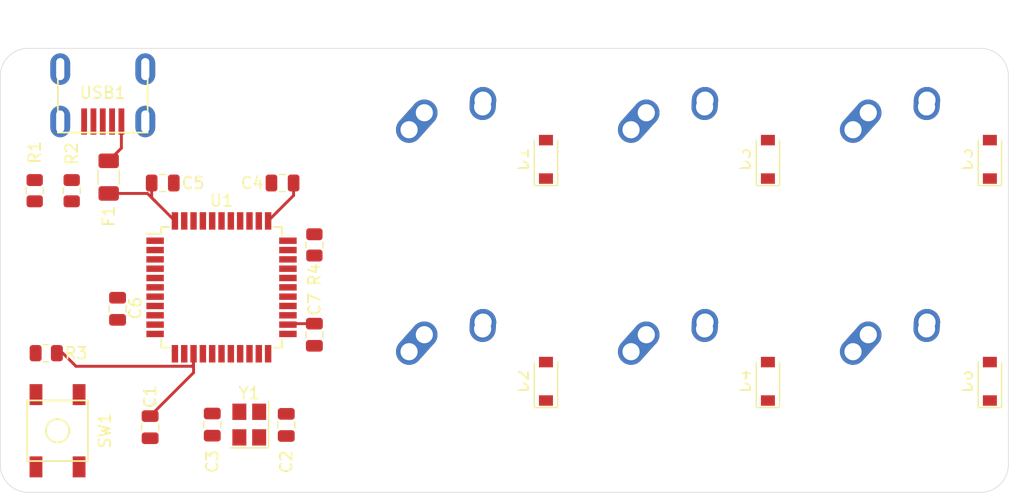
<source format=kicad_pcb>
(kicad_pcb (version 20171130) (host pcbnew "(5.1.9)-1")

  (general
    (thickness 1.6)
    (drawings 8)
    (tracks 18)
    (zones 0)
    (modules 28)
    (nets 51)
  )

  (page A4)
  (layers
    (0 F.Cu signal)
    (31 B.Cu signal)
    (32 B.Adhes user)
    (33 F.Adhes user)
    (34 B.Paste user)
    (35 F.Paste user)
    (36 B.SilkS user)
    (37 F.SilkS user)
    (38 B.Mask user)
    (39 F.Mask user)
    (40 Dwgs.User user)
    (41 Cmts.User user)
    (42 Eco1.User user)
    (43 Eco2.User user)
    (44 Edge.Cuts user)
    (45 Margin user)
    (46 B.CrtYd user)
    (47 F.CrtYd user)
    (48 B.Fab user)
    (49 F.Fab user)
  )

  (setup
    (last_trace_width 0.25)
    (trace_clearance 0.2)
    (zone_clearance 0.508)
    (zone_45_only no)
    (trace_min 0.2)
    (via_size 0.8)
    (via_drill 0.4)
    (via_min_size 0.4)
    (via_min_drill 0.3)
    (uvia_size 0.3)
    (uvia_drill 0.1)
    (uvias_allowed no)
    (uvia_min_size 0.2)
    (uvia_min_drill 0.1)
    (edge_width 0.05)
    (segment_width 0.2)
    (pcb_text_width 0.3)
    (pcb_text_size 1.5 1.5)
    (mod_edge_width 0.12)
    (mod_text_size 1 1)
    (mod_text_width 0.15)
    (pad_size 1.524 1.524)
    (pad_drill 0.762)
    (pad_to_mask_clearance 0)
    (aux_axis_origin 0 0)
    (visible_elements FFFFFF7F)
    (pcbplotparams
      (layerselection 0x010fc_ffffffff)
      (usegerberextensions false)
      (usegerberattributes true)
      (usegerberadvancedattributes true)
      (creategerberjobfile true)
      (excludeedgelayer true)
      (linewidth 0.100000)
      (plotframeref false)
      (viasonmask false)
      (mode 1)
      (useauxorigin false)
      (hpglpennumber 1)
      (hpglpenspeed 20)
      (hpglpendiameter 15.000000)
      (psnegative false)
      (psa4output false)
      (plotreference true)
      (plotvalue true)
      (plotinvisibletext false)
      (padsonsilk false)
      (subtractmaskfromsilk false)
      (outputformat 1)
      (mirror false)
      (drillshape 1)
      (scaleselection 1)
      (outputdirectory ""))
  )

  (net 0 "")
  (net 1 GND)
  (net 2 +5V)
  (net 3 "Net-(C2-Pad1)")
  (net 4 "Net-(C3-Pad1)")
  (net 5 "Net-(C6-Pad1)")
  (net 6 "Net-(D1-Pad2)")
  (net 7 ROW0)
  (net 8 "Net-(D2-Pad2)")
  (net 9 ROW1)
  (net 10 "Net-(D3-Pad2)")
  (net 11 "Net-(D4-Pad2)")
  (net 12 "Net-(D5-Pad2)")
  (net 13 "Net-(D6-Pad2)")
  (net 14 VCC)
  (net 15 COL0)
  (net 16 COL1)
  (net 17 COL2)
  (net 18 D+)
  (net 19 "Net-(R1-Pad1)")
  (net 20 D-)
  (net 21 "Net-(R2-Pad1)")
  (net 22 "Net-(R3-Pad2)")
  (net 23 "Net-(R4-Pad2)")
  (net 24 "Net-(U1-Pad42)")
  (net 25 "Net-(U1-Pad41)")
  (net 26 "Net-(U1-Pad40)")
  (net 27 "Net-(U1-Pad39)")
  (net 28 "Net-(U1-Pad38)")
  (net 29 "Net-(U1-Pad37)")
  (net 30 "Net-(U1-Pad36)")
  (net 31 "Net-(U1-Pad32)")
  (net 32 "Net-(U1-Pad31)")
  (net 33 "Net-(U1-Pad30)")
  (net 34 "Net-(U1-Pad29)")
  (net 35 "Net-(U1-Pad28)")
  (net 36 "Net-(U1-Pad27)")
  (net 37 "Net-(U1-Pad26)")
  (net 38 "Net-(U1-Pad25)")
  (net 39 "Net-(U1-Pad22)")
  (net 40 "Net-(U1-Pad21)")
  (net 41 "Net-(U1-Pad20)")
  (net 42 "Net-(U1-Pad19)")
  (net 43 "Net-(U1-Pad18)")
  (net 44 "Net-(U1-Pad12)")
  (net 45 "Net-(U1-Pad11)")
  (net 46 "Net-(U1-Pad10)")
  (net 47 "Net-(U1-Pad9)")
  (net 48 "Net-(U1-Pad8)")
  (net 49 "Net-(U1-Pad1)")
  (net 50 "Net-(USB1-Pad2)")

  (net_class Default "This is the default net class."
    (clearance 0.2)
    (trace_width 0.25)
    (via_dia 0.8)
    (via_drill 0.4)
    (uvia_dia 0.3)
    (uvia_drill 0.1)
    (add_net COL0)
    (add_net COL1)
    (add_net COL2)
    (add_net D+)
    (add_net D-)
    (add_net "Net-(C2-Pad1)")
    (add_net "Net-(C3-Pad1)")
    (add_net "Net-(C6-Pad1)")
    (add_net "Net-(D1-Pad2)")
    (add_net "Net-(D2-Pad2)")
    (add_net "Net-(D3-Pad2)")
    (add_net "Net-(D4-Pad2)")
    (add_net "Net-(D5-Pad2)")
    (add_net "Net-(D6-Pad2)")
    (add_net "Net-(R1-Pad1)")
    (add_net "Net-(R2-Pad1)")
    (add_net "Net-(R3-Pad2)")
    (add_net "Net-(R4-Pad2)")
    (add_net "Net-(U1-Pad1)")
    (add_net "Net-(U1-Pad10)")
    (add_net "Net-(U1-Pad11)")
    (add_net "Net-(U1-Pad12)")
    (add_net "Net-(U1-Pad18)")
    (add_net "Net-(U1-Pad19)")
    (add_net "Net-(U1-Pad20)")
    (add_net "Net-(U1-Pad21)")
    (add_net "Net-(U1-Pad22)")
    (add_net "Net-(U1-Pad25)")
    (add_net "Net-(U1-Pad26)")
    (add_net "Net-(U1-Pad27)")
    (add_net "Net-(U1-Pad28)")
    (add_net "Net-(U1-Pad29)")
    (add_net "Net-(U1-Pad30)")
    (add_net "Net-(U1-Pad31)")
    (add_net "Net-(U1-Pad32)")
    (add_net "Net-(U1-Pad36)")
    (add_net "Net-(U1-Pad37)")
    (add_net "Net-(U1-Pad38)")
    (add_net "Net-(U1-Pad39)")
    (add_net "Net-(U1-Pad40)")
    (add_net "Net-(U1-Pad41)")
    (add_net "Net-(U1-Pad42)")
    (add_net "Net-(U1-Pad8)")
    (add_net "Net-(U1-Pad9)")
    (add_net "Net-(USB1-Pad2)")
    (add_net ROW0)
    (add_net ROW1)
    (add_net VCC)
  )

  (net_class Power ""
    (clearance 0.2)
    (trace_width 0.25)
    (via_dia 0.8)
    (via_drill 0.4)
    (uvia_dia 0.3)
    (uvia_drill 0.1)
    (add_net +5V)
    (add_net GND)
  )

  (module Crystal:Crystal_SMD_3225-4Pin_3.2x2.5mm (layer F.Cu) (tedit 5A0FD1B2) (tstamp 6072CD0E)
    (at 39.624 95.78975 90)
    (descr "SMD Crystal SERIES SMD3225/4 http://www.txccrystal.com/images/pdf/7m-accuracy.pdf, 3.2x2.5mm^2 package")
    (tags "SMD SMT crystal")
    (path /6073D04F)
    (attr smd)
    (fp_text reference Y1 (at 2.69875 0 180) (layer F.SilkS)
      (effects (font (size 1 1) (thickness 0.15)))
    )
    (fp_text value 16MHz (at -3.175 0 180) (layer F.Fab)
      (effects (font (size 1 1) (thickness 0.15)))
    )
    (fp_text user %R (at 0 0 90) (layer F.Fab)
      (effects (font (size 0.7 0.7) (thickness 0.105)))
    )
    (fp_line (start -1.6 -1.25) (end -1.6 1.25) (layer F.Fab) (width 0.1))
    (fp_line (start -1.6 1.25) (end 1.6 1.25) (layer F.Fab) (width 0.1))
    (fp_line (start 1.6 1.25) (end 1.6 -1.25) (layer F.Fab) (width 0.1))
    (fp_line (start 1.6 -1.25) (end -1.6 -1.25) (layer F.Fab) (width 0.1))
    (fp_line (start -1.6 0.25) (end -0.6 1.25) (layer F.Fab) (width 0.1))
    (fp_line (start -2 -1.65) (end -2 1.65) (layer F.SilkS) (width 0.12))
    (fp_line (start -2 1.65) (end 2 1.65) (layer F.SilkS) (width 0.12))
    (fp_line (start -2.1 -1.7) (end -2.1 1.7) (layer F.CrtYd) (width 0.05))
    (fp_line (start -2.1 1.7) (end 2.1 1.7) (layer F.CrtYd) (width 0.05))
    (fp_line (start 2.1 1.7) (end 2.1 -1.7) (layer F.CrtYd) (width 0.05))
    (fp_line (start 2.1 -1.7) (end -2.1 -1.7) (layer F.CrtYd) (width 0.05))
    (pad 4 smd rect (at -1.1 -0.85 90) (size 1.4 1.2) (layers F.Cu F.Paste F.Mask)
      (net 1 GND))
    (pad 3 smd rect (at 1.1 -0.85 90) (size 1.4 1.2) (layers F.Cu F.Paste F.Mask)
      (net 4 "Net-(C3-Pad1)"))
    (pad 2 smd rect (at 1.1 0.85 90) (size 1.4 1.2) (layers F.Cu F.Paste F.Mask)
      (net 1 GND))
    (pad 1 smd rect (at -1.1 0.85 90) (size 1.4 1.2) (layers F.Cu F.Paste F.Mask)
      (net 3 "Net-(C2-Pad1)"))
    (model ${KISYS3DMOD}/Crystal.3dshapes/Crystal_SMD_3225-4Pin_3.2x2.5mm.wrl
      (at (xyz 0 0 0))
      (scale (xyz 1 1 1))
      (rotate (xyz 0 0 0))
    )
  )

  (module random-keyboard-parts:Molex-0548190589 (layer F.Cu) (tedit 5C494815) (tstamp 6072B42C)
    (at 27.051 65.278 270)
    (path /6075196B)
    (attr smd)
    (fp_text reference USB1 (at 2.032 0) (layer F.SilkS)
      (effects (font (size 1 1) (thickness 0.15)))
    )
    (fp_text value Molex-0548190589 (at -5.08 0) (layer Dwgs.User)
      (effects (font (size 1 1) (thickness 0.15)))
    )
    (fp_text user %R (at 2 0) (layer F.CrtYd)
      (effects (font (size 1 1) (thickness 0.15)))
    )
    (fp_line (start -3.75 -3.85) (end -3.75 3.85) (layer Dwgs.User) (width 0.15))
    (fp_line (start -1.75 -4.572) (end -1.75 4.572) (layer Dwgs.User) (width 0.15))
    (fp_line (start -3.75 3.85) (end 0 3.85) (layer Dwgs.User) (width 0.15))
    (fp_line (start -3.75 -3.85) (end 0 -3.85) (layer Dwgs.User) (width 0.15))
    (fp_line (start 5.45 -3.85) (end 5.45 3.85) (layer F.SilkS) (width 0.15))
    (fp_line (start 0 3.85) (end 5.45 3.85) (layer F.SilkS) (width 0.15))
    (fp_line (start 0 -3.85) (end 5.45 -3.85) (layer F.SilkS) (width 0.15))
    (fp_line (start -3.75 -3.75) (end 5.5 -3.75) (layer F.CrtYd) (width 0.15))
    (fp_line (start 5.5 -3.75) (end 5.5 3.75) (layer F.CrtYd) (width 0.15))
    (fp_line (start 5.5 3.75) (end -3.75 3.75) (layer F.CrtYd) (width 0.15))
    (fp_line (start -3.75 3.75) (end -3.75 -3.75) (layer F.CrtYd) (width 0.15))
    (fp_line (start 5.5 -2) (end 3.25 -2) (layer F.CrtYd) (width 0.15))
    (fp_line (start 3.25 -2) (end 3.25 2) (layer F.CrtYd) (width 0.15))
    (fp_line (start 3.25 2) (end 5.5 2) (layer F.CrtYd) (width 0.15))
    (fp_line (start 5.5 1.25) (end 3.25 1.25) (layer F.CrtYd) (width 0.15))
    (fp_line (start 3.25 0.5) (end 5.5 0.5) (layer F.CrtYd) (width 0.15))
    (fp_line (start 5.5 -0.5) (end 3.25 -0.5) (layer F.CrtYd) (width 0.15))
    (fp_line (start 3.25 -1.25) (end 5.5 -1.25) (layer F.CrtYd) (width 0.15))
    (pad 6 thru_hole oval (at 0 -3.65 270) (size 2.7 1.7) (drill oval 1.9 0.7) (layers *.Cu *.Mask)
      (net 1 GND))
    (pad 6 thru_hole oval (at 0 3.65 270) (size 2.7 1.7) (drill oval 1.9 0.7) (layers *.Cu *.Mask)
      (net 1 GND))
    (pad 6 thru_hole oval (at 4.5 3.65 270) (size 2.7 1.7) (drill oval 1.9 0.7) (layers *.Cu *.Mask)
      (net 1 GND))
    (pad 6 thru_hole oval (at 4.5 -3.65 270) (size 2.7 1.7) (drill oval 1.9 0.7) (layers *.Cu *.Mask)
      (net 1 GND))
    (pad 5 smd rect (at 4.5 -1.6 270) (size 2.25 0.5) (layers F.Cu F.Paste F.Mask)
      (net 14 VCC))
    (pad 4 smd rect (at 4.5 -0.8 270) (size 2.25 0.5) (layers F.Cu F.Paste F.Mask)
      (net 20 D-))
    (pad 3 smd rect (at 4.5 0 270) (size 2.25 0.5) (layers F.Cu F.Paste F.Mask)
      (net 18 D+))
    (pad 2 smd rect (at 4.5 0.8 270) (size 2.25 0.5) (layers F.Cu F.Paste F.Mask)
      (net 50 "Net-(USB1-Pad2)"))
    (pad 1 smd rect (at 4.5 1.6 270) (size 2.25 0.5) (layers F.Cu F.Paste F.Mask)
      (net 1 GND))
  )

  (module Package_QFP:TQFP-44_10x10mm_P0.8mm (layer F.Cu) (tedit 5A02F146) (tstamp 6072BF56)
    (at 37.24275 84.0105)
    (descr "44-Lead Plastic Thin Quad Flatpack (PT) - 10x10x1.0 mm Body [TQFP] (see Microchip Packaging Specification 00000049BS.pdf)")
    (tags "QFP 0.8")
    (path /6071E0A8)
    (attr smd)
    (fp_text reference U1 (at 0 -7.45) (layer F.SilkS)
      (effects (font (size 1 1) (thickness 0.15)))
    )
    (fp_text value ATmega32U4-AU (at 0 7.45) (layer F.Fab)
      (effects (font (size 1 1) (thickness 0.15)))
    )
    (fp_text user %R (at 0 0 180) (layer F.Fab)
      (effects (font (size 1 1) (thickness 0.15)))
    )
    (fp_line (start -4 -5) (end 5 -5) (layer F.Fab) (width 0.15))
    (fp_line (start 5 -5) (end 5 5) (layer F.Fab) (width 0.15))
    (fp_line (start 5 5) (end -5 5) (layer F.Fab) (width 0.15))
    (fp_line (start -5 5) (end -5 -4) (layer F.Fab) (width 0.15))
    (fp_line (start -5 -4) (end -4 -5) (layer F.Fab) (width 0.15))
    (fp_line (start -6.7 -6.7) (end -6.7 6.7) (layer F.CrtYd) (width 0.05))
    (fp_line (start 6.7 -6.7) (end 6.7 6.7) (layer F.CrtYd) (width 0.05))
    (fp_line (start -6.7 -6.7) (end 6.7 -6.7) (layer F.CrtYd) (width 0.05))
    (fp_line (start -6.7 6.7) (end 6.7 6.7) (layer F.CrtYd) (width 0.05))
    (fp_line (start -5.175 -5.175) (end -5.175 -4.6) (layer F.SilkS) (width 0.15))
    (fp_line (start 5.175 -5.175) (end 5.175 -4.5) (layer F.SilkS) (width 0.15))
    (fp_line (start 5.175 5.175) (end 5.175 4.5) (layer F.SilkS) (width 0.15))
    (fp_line (start -5.175 5.175) (end -5.175 4.5) (layer F.SilkS) (width 0.15))
    (fp_line (start -5.175 -5.175) (end -4.5 -5.175) (layer F.SilkS) (width 0.15))
    (fp_line (start -5.175 5.175) (end -4.5 5.175) (layer F.SilkS) (width 0.15))
    (fp_line (start 5.175 5.175) (end 4.5 5.175) (layer F.SilkS) (width 0.15))
    (fp_line (start 5.175 -5.175) (end 4.5 -5.175) (layer F.SilkS) (width 0.15))
    (fp_line (start -5.175 -4.6) (end -6.45 -4.6) (layer F.SilkS) (width 0.15))
    (pad 44 smd rect (at -4 -5.7 90) (size 1.5 0.55) (layers F.Cu F.Paste F.Mask)
      (net 2 +5V))
    (pad 43 smd rect (at -3.2 -5.7 90) (size 1.5 0.55) (layers F.Cu F.Paste F.Mask)
      (net 1 GND))
    (pad 42 smd rect (at -2.4 -5.7 90) (size 1.5 0.55) (layers F.Cu F.Paste F.Mask)
      (net 24 "Net-(U1-Pad42)"))
    (pad 41 smd rect (at -1.6 -5.7 90) (size 1.5 0.55) (layers F.Cu F.Paste F.Mask)
      (net 25 "Net-(U1-Pad41)"))
    (pad 40 smd rect (at -0.8 -5.7 90) (size 1.5 0.55) (layers F.Cu F.Paste F.Mask)
      (net 26 "Net-(U1-Pad40)"))
    (pad 39 smd rect (at 0 -5.7 90) (size 1.5 0.55) (layers F.Cu F.Paste F.Mask)
      (net 27 "Net-(U1-Pad39)"))
    (pad 38 smd rect (at 0.8 -5.7 90) (size 1.5 0.55) (layers F.Cu F.Paste F.Mask)
      (net 28 "Net-(U1-Pad38)"))
    (pad 37 smd rect (at 1.6 -5.7 90) (size 1.5 0.55) (layers F.Cu F.Paste F.Mask)
      (net 29 "Net-(U1-Pad37)"))
    (pad 36 smd rect (at 2.4 -5.7 90) (size 1.5 0.55) (layers F.Cu F.Paste F.Mask)
      (net 30 "Net-(U1-Pad36)"))
    (pad 35 smd rect (at 3.2 -5.7 90) (size 1.5 0.55) (layers F.Cu F.Paste F.Mask)
      (net 1 GND))
    (pad 34 smd rect (at 4 -5.7 90) (size 1.5 0.55) (layers F.Cu F.Paste F.Mask)
      (net 2 +5V))
    (pad 33 smd rect (at 5.7 -4) (size 1.5 0.55) (layers F.Cu F.Paste F.Mask)
      (net 23 "Net-(R4-Pad2)"))
    (pad 32 smd rect (at 5.7 -3.2) (size 1.5 0.55) (layers F.Cu F.Paste F.Mask)
      (net 31 "Net-(U1-Pad32)"))
    (pad 31 smd rect (at 5.7 -2.4) (size 1.5 0.55) (layers F.Cu F.Paste F.Mask)
      (net 32 "Net-(U1-Pad31)"))
    (pad 30 smd rect (at 5.7 -1.6) (size 1.5 0.55) (layers F.Cu F.Paste F.Mask)
      (net 33 "Net-(U1-Pad30)"))
    (pad 29 smd rect (at 5.7 -0.8) (size 1.5 0.55) (layers F.Cu F.Paste F.Mask)
      (net 34 "Net-(U1-Pad29)"))
    (pad 28 smd rect (at 5.7 0) (size 1.5 0.55) (layers F.Cu F.Paste F.Mask)
      (net 35 "Net-(U1-Pad28)"))
    (pad 27 smd rect (at 5.7 0.8) (size 1.5 0.55) (layers F.Cu F.Paste F.Mask)
      (net 36 "Net-(U1-Pad27)"))
    (pad 26 smd rect (at 5.7 1.6) (size 1.5 0.55) (layers F.Cu F.Paste F.Mask)
      (net 37 "Net-(U1-Pad26)"))
    (pad 25 smd rect (at 5.7 2.4) (size 1.5 0.55) (layers F.Cu F.Paste F.Mask)
      (net 38 "Net-(U1-Pad25)"))
    (pad 24 smd rect (at 5.7 3.2) (size 1.5 0.55) (layers F.Cu F.Paste F.Mask)
      (net 2 +5V))
    (pad 23 smd rect (at 5.7 4) (size 1.5 0.55) (layers F.Cu F.Paste F.Mask)
      (net 1 GND))
    (pad 22 smd rect (at 4 5.7 90) (size 1.5 0.55) (layers F.Cu F.Paste F.Mask)
      (net 39 "Net-(U1-Pad22)"))
    (pad 21 smd rect (at 3.2 5.7 90) (size 1.5 0.55) (layers F.Cu F.Paste F.Mask)
      (net 40 "Net-(U1-Pad21)"))
    (pad 20 smd rect (at 2.4 5.7 90) (size 1.5 0.55) (layers F.Cu F.Paste F.Mask)
      (net 41 "Net-(U1-Pad20)"))
    (pad 19 smd rect (at 1.6 5.7 90) (size 1.5 0.55) (layers F.Cu F.Paste F.Mask)
      (net 42 "Net-(U1-Pad19)"))
    (pad 18 smd rect (at 0.8 5.7 90) (size 1.5 0.55) (layers F.Cu F.Paste F.Mask)
      (net 43 "Net-(U1-Pad18)"))
    (pad 17 smd rect (at 0 5.7 90) (size 1.5 0.55) (layers F.Cu F.Paste F.Mask)
      (net 3 "Net-(C2-Pad1)"))
    (pad 16 smd rect (at -0.8 5.7 90) (size 1.5 0.55) (layers F.Cu F.Paste F.Mask)
      (net 4 "Net-(C3-Pad1)"))
    (pad 15 smd rect (at -1.6 5.7 90) (size 1.5 0.55) (layers F.Cu F.Paste F.Mask)
      (net 1 GND))
    (pad 14 smd rect (at -2.4 5.7 90) (size 1.5 0.55) (layers F.Cu F.Paste F.Mask)
      (net 2 +5V))
    (pad 13 smd rect (at -3.2 5.7 90) (size 1.5 0.55) (layers F.Cu F.Paste F.Mask)
      (net 22 "Net-(R3-Pad2)"))
    (pad 12 smd rect (at -4 5.7 90) (size 1.5 0.55) (layers F.Cu F.Paste F.Mask)
      (net 44 "Net-(U1-Pad12)"))
    (pad 11 smd rect (at -5.7 4) (size 1.5 0.55) (layers F.Cu F.Paste F.Mask)
      (net 45 "Net-(U1-Pad11)"))
    (pad 10 smd rect (at -5.7 3.2) (size 1.5 0.55) (layers F.Cu F.Paste F.Mask)
      (net 46 "Net-(U1-Pad10)"))
    (pad 9 smd rect (at -5.7 2.4) (size 1.5 0.55) (layers F.Cu F.Paste F.Mask)
      (net 47 "Net-(U1-Pad9)"))
    (pad 8 smd rect (at -5.7 1.6) (size 1.5 0.55) (layers F.Cu F.Paste F.Mask)
      (net 48 "Net-(U1-Pad8)"))
    (pad 7 smd rect (at -5.7 0.8) (size 1.5 0.55) (layers F.Cu F.Paste F.Mask)
      (net 2 +5V))
    (pad 6 smd rect (at -5.7 0) (size 1.5 0.55) (layers F.Cu F.Paste F.Mask)
      (net 5 "Net-(C6-Pad1)"))
    (pad 5 smd rect (at -5.7 -0.8) (size 1.5 0.55) (layers F.Cu F.Paste F.Mask)
      (net 1 GND))
    (pad 4 smd rect (at -5.7 -1.6) (size 1.5 0.55) (layers F.Cu F.Paste F.Mask)
      (net 19 "Net-(R1-Pad1)"))
    (pad 3 smd rect (at -5.7 -2.4) (size 1.5 0.55) (layers F.Cu F.Paste F.Mask)
      (net 21 "Net-(R2-Pad1)"))
    (pad 2 smd rect (at -5.7 -3.2) (size 1.5 0.55) (layers F.Cu F.Paste F.Mask)
      (net 2 +5V))
    (pad 1 smd rect (at -5.7 -4) (size 1.5 0.55) (layers F.Cu F.Paste F.Mask)
      (net 49 "Net-(U1-Pad1)"))
    (model ${KISYS3DMOD}/Package_QFP.3dshapes/TQFP-44_10x10mm_P0.8mm.wrl
      (at (xyz 0 0 0))
      (scale (xyz 1 1 1))
      (rotate (xyz 0 0 0))
    )
  )

  (module random-keyboard-parts:SKQG-1155865 (layer F.Cu) (tedit 5E62B398) (tstamp 6072B3C9)
    (at 23.169 96.318 90)
    (path /607472B9)
    (attr smd)
    (fp_text reference SW1 (at 0 4.064 90) (layer F.SilkS)
      (effects (font (size 1 1) (thickness 0.15)))
    )
    (fp_text value SW_Push (at 0 -4.064 90) (layer F.Fab)
      (effects (font (size 1 1) (thickness 0.15)))
    )
    (fp_line (start -2.6 1.1) (end -1.1 2.6) (layer F.Fab) (width 0.15))
    (fp_line (start 2.6 1.1) (end 1.1 2.6) (layer F.Fab) (width 0.15))
    (fp_line (start 2.6 -1.1) (end 1.1 -2.6) (layer F.Fab) (width 0.15))
    (fp_line (start -2.6 -1.1) (end -1.1 -2.6) (layer F.Fab) (width 0.15))
    (fp_circle (center 0 0) (end 1 0) (layer F.Fab) (width 0.15))
    (fp_line (start -4.2 -1.1) (end -4.2 -2.6) (layer F.Fab) (width 0.15))
    (fp_line (start -2.6 -1.1) (end -4.2 -1.1) (layer F.Fab) (width 0.15))
    (fp_line (start -2.6 1.1) (end -2.6 -1.1) (layer F.Fab) (width 0.15))
    (fp_line (start -4.2 1.1) (end -2.6 1.1) (layer F.Fab) (width 0.15))
    (fp_line (start -4.2 2.6) (end -4.2 1.1) (layer F.Fab) (width 0.15))
    (fp_line (start 4.2 2.6) (end -4.2 2.6) (layer F.Fab) (width 0.15))
    (fp_line (start 4.2 1.1) (end 4.2 2.6) (layer F.Fab) (width 0.15))
    (fp_line (start 2.6 1.1) (end 4.2 1.1) (layer F.Fab) (width 0.15))
    (fp_line (start 2.6 -1.1) (end 2.6 1.1) (layer F.Fab) (width 0.15))
    (fp_line (start 4.2 -1.1) (end 2.6 -1.1) (layer F.Fab) (width 0.15))
    (fp_line (start 4.2 -2.6) (end 4.2 -1.2) (layer F.Fab) (width 0.15))
    (fp_line (start -4.2 -2.6) (end 4.2 -2.6) (layer F.Fab) (width 0.15))
    (fp_circle (center 0 0) (end 1 0) (layer F.SilkS) (width 0.15))
    (fp_line (start -2.6 2.6) (end -2.6 -2.6) (layer F.SilkS) (width 0.15))
    (fp_line (start 2.6 2.6) (end -2.6 2.6) (layer F.SilkS) (width 0.15))
    (fp_line (start 2.6 -2.6) (end 2.6 2.6) (layer F.SilkS) (width 0.15))
    (fp_line (start -2.6 -2.6) (end 2.6 -2.6) (layer F.SilkS) (width 0.15))
    (pad 4 smd rect (at -3.1 1.85 90) (size 1.8 1.1) (layers F.Cu F.Paste F.Mask))
    (pad 3 smd rect (at 3.1 -1.85 90) (size 1.8 1.1) (layers F.Cu F.Paste F.Mask))
    (pad 2 smd rect (at -3.1 -1.85 90) (size 1.8 1.1) (layers F.Cu F.Paste F.Mask)
      (net 22 "Net-(R3-Pad2)"))
    (pad 1 smd rect (at 3.1 1.85 90) (size 1.8 1.1) (layers F.Cu F.Paste F.Mask)
      (net 1 GND))
    (model ${KISYS3DMOD}/Button_Switch_SMD.3dshapes/SW_SPST_TL3342.step
      (at (xyz 0 0 0))
      (scale (xyz 1 1 1))
      (rotate (xyz 0 0 0))
    )
  )

  (module Resistor_SMD:R_0805_2012Metric (layer F.Cu) (tedit 5F68FEEE) (tstamp 6072B3AB)
    (at 45.212 80.3675 270)
    (descr "Resistor SMD 0805 (2012 Metric), square (rectangular) end terminal, IPC_7351 nominal, (Body size source: IPC-SM-782 page 72, https://www.pcb-3d.com/wordpress/wp-content/uploads/ipc-sm-782a_amendment_1_and_2.pdf), generated with kicad-footprint-generator")
    (tags resistor)
    (path /6072976B)
    (attr smd)
    (fp_text reference R4 (at 2.5635 0 90) (layer F.SilkS)
      (effects (font (size 1 1) (thickness 0.15)))
    )
    (fp_text value 10k (at 0 -1.524 90) (layer F.Fab)
      (effects (font (size 1 1) (thickness 0.15)))
    )
    (fp_text user %R (at 0 0 90) (layer F.Fab)
      (effects (font (size 0.5 0.5) (thickness 0.08)))
    )
    (fp_line (start -1 0.625) (end -1 -0.625) (layer F.Fab) (width 0.1))
    (fp_line (start -1 -0.625) (end 1 -0.625) (layer F.Fab) (width 0.1))
    (fp_line (start 1 -0.625) (end 1 0.625) (layer F.Fab) (width 0.1))
    (fp_line (start 1 0.625) (end -1 0.625) (layer F.Fab) (width 0.1))
    (fp_line (start -0.227064 -0.735) (end 0.227064 -0.735) (layer F.SilkS) (width 0.12))
    (fp_line (start -0.227064 0.735) (end 0.227064 0.735) (layer F.SilkS) (width 0.12))
    (fp_line (start -1.68 0.95) (end -1.68 -0.95) (layer F.CrtYd) (width 0.05))
    (fp_line (start -1.68 -0.95) (end 1.68 -0.95) (layer F.CrtYd) (width 0.05))
    (fp_line (start 1.68 -0.95) (end 1.68 0.95) (layer F.CrtYd) (width 0.05))
    (fp_line (start 1.68 0.95) (end -1.68 0.95) (layer F.CrtYd) (width 0.05))
    (pad 2 smd roundrect (at 0.9125 0 270) (size 1.025 1.4) (layers F.Cu F.Paste F.Mask) (roundrect_rratio 0.243902)
      (net 23 "Net-(R4-Pad2)"))
    (pad 1 smd roundrect (at -0.9125 0 270) (size 1.025 1.4) (layers F.Cu F.Paste F.Mask) (roundrect_rratio 0.243902)
      (net 1 GND))
    (model ${KISYS3DMOD}/Resistor_SMD.3dshapes/R_0805_2012Metric.wrl
      (at (xyz 0 0 0))
      (scale (xyz 1 1 1))
      (rotate (xyz 0 0 0))
    )
  )

  (module Resistor_SMD:R_0805_2012Metric (layer F.Cu) (tedit 5F68FEEE) (tstamp 6072B39A)
    (at 22.2015 89.662 180)
    (descr "Resistor SMD 0805 (2012 Metric), square (rectangular) end terminal, IPC_7351 nominal, (Body size source: IPC-SM-782 page 72, https://www.pcb-3d.com/wordpress/wp-content/uploads/ipc-sm-782a_amendment_1_and_2.pdf), generated with kicad-footprint-generator")
    (tags resistor)
    (path /60747F27)
    (attr smd)
    (fp_text reference R3 (at -2.5635 0) (layer F.SilkS)
      (effects (font (size 1 1) (thickness 0.15)))
    )
    (fp_text value 10k (at -0.0235 -1.524) (layer F.Fab)
      (effects (font (size 1 1) (thickness 0.15)))
    )
    (fp_text user %R (at 0 0) (layer F.Fab)
      (effects (font (size 0.5 0.5) (thickness 0.08)))
    )
    (fp_line (start -1 0.625) (end -1 -0.625) (layer F.Fab) (width 0.1))
    (fp_line (start -1 -0.625) (end 1 -0.625) (layer F.Fab) (width 0.1))
    (fp_line (start 1 -0.625) (end 1 0.625) (layer F.Fab) (width 0.1))
    (fp_line (start 1 0.625) (end -1 0.625) (layer F.Fab) (width 0.1))
    (fp_line (start -0.227064 -0.735) (end 0.227064 -0.735) (layer F.SilkS) (width 0.12))
    (fp_line (start -0.227064 0.735) (end 0.227064 0.735) (layer F.SilkS) (width 0.12))
    (fp_line (start -1.68 0.95) (end -1.68 -0.95) (layer F.CrtYd) (width 0.05))
    (fp_line (start -1.68 -0.95) (end 1.68 -0.95) (layer F.CrtYd) (width 0.05))
    (fp_line (start 1.68 -0.95) (end 1.68 0.95) (layer F.CrtYd) (width 0.05))
    (fp_line (start 1.68 0.95) (end -1.68 0.95) (layer F.CrtYd) (width 0.05))
    (pad 2 smd roundrect (at 0.9125 0 180) (size 1.025 1.4) (layers F.Cu F.Paste F.Mask) (roundrect_rratio 0.243902)
      (net 22 "Net-(R3-Pad2)"))
    (pad 1 smd roundrect (at -0.9125 0 180) (size 1.025 1.4) (layers F.Cu F.Paste F.Mask) (roundrect_rratio 0.243902)
      (net 2 +5V))
    (model ${KISYS3DMOD}/Resistor_SMD.3dshapes/R_0805_2012Metric.wrl
      (at (xyz 0 0 0))
      (scale (xyz 1 1 1))
      (rotate (xyz 0 0 0))
    )
  )

  (module Resistor_SMD:R_0805_2012Metric (layer F.Cu) (tedit 5F68FEEE) (tstamp 6072CAF6)
    (at 24.384 75.7155 90)
    (descr "Resistor SMD 0805 (2012 Metric), square (rectangular) end terminal, IPC_7351 nominal, (Body size source: IPC-SM-782 page 72, https://www.pcb-3d.com/wordpress/wp-content/uploads/ipc-sm-782a_amendment_1_and_2.pdf), generated with kicad-footprint-generator")
    (tags resistor)
    (path /6072F6DE)
    (attr smd)
    (fp_text reference R2 (at 3.175 0 90) (layer F.SilkS)
      (effects (font (size 1 1) (thickness 0.15)))
    )
    (fp_text value 22 (at 0 -1.5875 90) (layer F.Fab)
      (effects (font (size 1 1) (thickness 0.15)))
    )
    (fp_text user %R (at 0 0 90) (layer F.Fab)
      (effects (font (size 0.5 0.5) (thickness 0.08)))
    )
    (fp_line (start -1 0.625) (end -1 -0.625) (layer F.Fab) (width 0.1))
    (fp_line (start -1 -0.625) (end 1 -0.625) (layer F.Fab) (width 0.1))
    (fp_line (start 1 -0.625) (end 1 0.625) (layer F.Fab) (width 0.1))
    (fp_line (start 1 0.625) (end -1 0.625) (layer F.Fab) (width 0.1))
    (fp_line (start -0.227064 -0.735) (end 0.227064 -0.735) (layer F.SilkS) (width 0.12))
    (fp_line (start -0.227064 0.735) (end 0.227064 0.735) (layer F.SilkS) (width 0.12))
    (fp_line (start -1.68 0.95) (end -1.68 -0.95) (layer F.CrtYd) (width 0.05))
    (fp_line (start -1.68 -0.95) (end 1.68 -0.95) (layer F.CrtYd) (width 0.05))
    (fp_line (start 1.68 -0.95) (end 1.68 0.95) (layer F.CrtYd) (width 0.05))
    (fp_line (start 1.68 0.95) (end -1.68 0.95) (layer F.CrtYd) (width 0.05))
    (pad 2 smd roundrect (at 0.9125 0 90) (size 1.025 1.4) (layers F.Cu F.Paste F.Mask) (roundrect_rratio 0.243902)
      (net 20 D-))
    (pad 1 smd roundrect (at -0.9125 0 90) (size 1.025 1.4) (layers F.Cu F.Paste F.Mask) (roundrect_rratio 0.243902)
      (net 21 "Net-(R2-Pad1)"))
    (model ${KISYS3DMOD}/Resistor_SMD.3dshapes/R_0805_2012Metric.wrl
      (at (xyz 0 0 0))
      (scale (xyz 1 1 1))
      (rotate (xyz 0 0 0))
    )
  )

  (module Resistor_SMD:R_0805_2012Metric (layer F.Cu) (tedit 5F68FEEE) (tstamp 6072CBBB)
    (at 21.209 75.7155 90)
    (descr "Resistor SMD 0805 (2012 Metric), square (rectangular) end terminal, IPC_7351 nominal, (Body size source: IPC-SM-782 page 72, https://www.pcb-3d.com/wordpress/wp-content/uploads/ipc-sm-782a_amendment_1_and_2.pdf), generated with kicad-footprint-generator")
    (tags resistor)
    (path /6072C0B7)
    (attr smd)
    (fp_text reference R1 (at 3.29375 0 90) (layer F.SilkS)
      (effects (font (size 1 1) (thickness 0.15)))
    )
    (fp_text value 22 (at 0.11875 -1.5875 90) (layer F.Fab)
      (effects (font (size 1 1) (thickness 0.15)))
    )
    (fp_text user %R (at 0 0 90) (layer F.Fab)
      (effects (font (size 0.5 0.5) (thickness 0.08)))
    )
    (fp_line (start -1 0.625) (end -1 -0.625) (layer F.Fab) (width 0.1))
    (fp_line (start -1 -0.625) (end 1 -0.625) (layer F.Fab) (width 0.1))
    (fp_line (start 1 -0.625) (end 1 0.625) (layer F.Fab) (width 0.1))
    (fp_line (start 1 0.625) (end -1 0.625) (layer F.Fab) (width 0.1))
    (fp_line (start -0.227064 -0.735) (end 0.227064 -0.735) (layer F.SilkS) (width 0.12))
    (fp_line (start -0.227064 0.735) (end 0.227064 0.735) (layer F.SilkS) (width 0.12))
    (fp_line (start -1.68 0.95) (end -1.68 -0.95) (layer F.CrtYd) (width 0.05))
    (fp_line (start -1.68 -0.95) (end 1.68 -0.95) (layer F.CrtYd) (width 0.05))
    (fp_line (start 1.68 -0.95) (end 1.68 0.95) (layer F.CrtYd) (width 0.05))
    (fp_line (start 1.68 0.95) (end -1.68 0.95) (layer F.CrtYd) (width 0.05))
    (pad 2 smd roundrect (at 0.9125 0 90) (size 1.025 1.4) (layers F.Cu F.Paste F.Mask) (roundrect_rratio 0.243902)
      (net 18 D+))
    (pad 1 smd roundrect (at -0.9125 0 90) (size 1.025 1.4) (layers F.Cu F.Paste F.Mask) (roundrect_rratio 0.243902)
      (net 19 "Net-(R1-Pad1)"))
    (model ${KISYS3DMOD}/Resistor_SMD.3dshapes/R_0805_2012Metric.wrl
      (at (xyz 0 0 0))
      (scale (xyz 1 1 1))
      (rotate (xyz 0 0 0))
    )
  )

  (module MX_Alps_Hybrid:MX-1U-NoLED (layer F.Cu) (tedit 5A9F5203) (tstamp 6072B367)
    (at 95.25 92.075)
    (path /607AB24E)
    (fp_text reference MX6 (at 0 3.175) (layer Dwgs.User)
      (effects (font (size 1 1) (thickness 0.15)))
    )
    (fp_text value MX-NoLED (at 0 -7.9375) (layer Dwgs.User)
      (effects (font (size 1 1) (thickness 0.15)))
    )
    (fp_line (start 5 -7) (end 7 -7) (layer Dwgs.User) (width 0.15))
    (fp_line (start 7 -7) (end 7 -5) (layer Dwgs.User) (width 0.15))
    (fp_line (start 5 7) (end 7 7) (layer Dwgs.User) (width 0.15))
    (fp_line (start 7 7) (end 7 5) (layer Dwgs.User) (width 0.15))
    (fp_line (start -7 5) (end -7 7) (layer Dwgs.User) (width 0.15))
    (fp_line (start -7 7) (end -5 7) (layer Dwgs.User) (width 0.15))
    (fp_line (start -5 -7) (end -7 -7) (layer Dwgs.User) (width 0.15))
    (fp_line (start -7 -7) (end -7 -5) (layer Dwgs.User) (width 0.15))
    (fp_line (start -9.525 -9.525) (end 9.525 -9.525) (layer Dwgs.User) (width 0.15))
    (fp_line (start 9.525 -9.525) (end 9.525 9.525) (layer Dwgs.User) (width 0.15))
    (fp_line (start 9.525 9.525) (end -9.525 9.525) (layer Dwgs.User) (width 0.15))
    (fp_line (start -9.525 9.525) (end -9.525 -9.525) (layer Dwgs.User) (width 0.15))
    (pad "" np_thru_hole circle (at 5.08 0 48.0996) (size 1.75 1.75) (drill 1.75) (layers *.Cu *.Mask))
    (pad "" np_thru_hole circle (at -5.08 0 48.0996) (size 1.75 1.75) (drill 1.75) (layers *.Cu *.Mask))
    (pad 1 thru_hole circle (at -2.5 -4) (size 2.25 2.25) (drill 1.47) (layers *.Cu B.Mask)
      (net 17 COL2))
    (pad "" np_thru_hole circle (at 0 0) (size 3.9878 3.9878) (drill 3.9878) (layers *.Cu *.Mask))
    (pad 1 thru_hole oval (at -3.81 -2.54 48.0996) (size 4.211556 2.25) (drill 1.47 (offset 0.980778 0)) (layers *.Cu B.Mask)
      (net 17 COL2))
    (pad 2 thru_hole circle (at 2.54 -5.08) (size 2.25 2.25) (drill 1.47) (layers *.Cu B.Mask)
      (net 13 "Net-(D6-Pad2)"))
    (pad 2 thru_hole oval (at 2.5 -4.5 86.0548) (size 2.831378 2.25) (drill 1.47 (offset 0.290689 0)) (layers *.Cu B.Mask)
      (net 13 "Net-(D6-Pad2)"))
  )

  (module MX_Alps_Hybrid:MX-1U-NoLED (layer F.Cu) (tedit 5A9F5203) (tstamp 6072B350)
    (at 95.25 73.025)
    (path /607AB248)
    (fp_text reference MX5 (at 0 3.175) (layer Dwgs.User)
      (effects (font (size 1 1) (thickness 0.15)))
    )
    (fp_text value MX-NoLED (at 0 -7.9375) (layer Dwgs.User)
      (effects (font (size 1 1) (thickness 0.15)))
    )
    (fp_line (start 5 -7) (end 7 -7) (layer Dwgs.User) (width 0.15))
    (fp_line (start 7 -7) (end 7 -5) (layer Dwgs.User) (width 0.15))
    (fp_line (start 5 7) (end 7 7) (layer Dwgs.User) (width 0.15))
    (fp_line (start 7 7) (end 7 5) (layer Dwgs.User) (width 0.15))
    (fp_line (start -7 5) (end -7 7) (layer Dwgs.User) (width 0.15))
    (fp_line (start -7 7) (end -5 7) (layer Dwgs.User) (width 0.15))
    (fp_line (start -5 -7) (end -7 -7) (layer Dwgs.User) (width 0.15))
    (fp_line (start -7 -7) (end -7 -5) (layer Dwgs.User) (width 0.15))
    (fp_line (start -9.525 -9.525) (end 9.525 -9.525) (layer Dwgs.User) (width 0.15))
    (fp_line (start 9.525 -9.525) (end 9.525 9.525) (layer Dwgs.User) (width 0.15))
    (fp_line (start 9.525 9.525) (end -9.525 9.525) (layer Dwgs.User) (width 0.15))
    (fp_line (start -9.525 9.525) (end -9.525 -9.525) (layer Dwgs.User) (width 0.15))
    (pad "" np_thru_hole circle (at 5.08 0 48.0996) (size 1.75 1.75) (drill 1.75) (layers *.Cu *.Mask))
    (pad "" np_thru_hole circle (at -5.08 0 48.0996) (size 1.75 1.75) (drill 1.75) (layers *.Cu *.Mask))
    (pad 1 thru_hole circle (at -2.5 -4) (size 2.25 2.25) (drill 1.47) (layers *.Cu B.Mask)
      (net 17 COL2))
    (pad "" np_thru_hole circle (at 0 0) (size 3.9878 3.9878) (drill 3.9878) (layers *.Cu *.Mask))
    (pad 1 thru_hole oval (at -3.81 -2.54 48.0996) (size 4.211556 2.25) (drill 1.47 (offset 0.980778 0)) (layers *.Cu B.Mask)
      (net 17 COL2))
    (pad 2 thru_hole circle (at 2.54 -5.08) (size 2.25 2.25) (drill 1.47) (layers *.Cu B.Mask)
      (net 12 "Net-(D5-Pad2)"))
    (pad 2 thru_hole oval (at 2.5 -4.5 86.0548) (size 2.831378 2.25) (drill 1.47 (offset 0.290689 0)) (layers *.Cu B.Mask)
      (net 12 "Net-(D5-Pad2)"))
  )

  (module MX_Alps_Hybrid:MX-1U-NoLED (layer F.Cu) (tedit 5A9F5203) (tstamp 6072B339)
    (at 76.2 92.075)
    (path /607A17A4)
    (fp_text reference MX4 (at 0 3.175) (layer Dwgs.User)
      (effects (font (size 1 1) (thickness 0.15)))
    )
    (fp_text value MX-NoLED (at 0 -7.9375) (layer Dwgs.User)
      (effects (font (size 1 1) (thickness 0.15)))
    )
    (fp_line (start 5 -7) (end 7 -7) (layer Dwgs.User) (width 0.15))
    (fp_line (start 7 -7) (end 7 -5) (layer Dwgs.User) (width 0.15))
    (fp_line (start 5 7) (end 7 7) (layer Dwgs.User) (width 0.15))
    (fp_line (start 7 7) (end 7 5) (layer Dwgs.User) (width 0.15))
    (fp_line (start -7 5) (end -7 7) (layer Dwgs.User) (width 0.15))
    (fp_line (start -7 7) (end -5 7) (layer Dwgs.User) (width 0.15))
    (fp_line (start -5 -7) (end -7 -7) (layer Dwgs.User) (width 0.15))
    (fp_line (start -7 -7) (end -7 -5) (layer Dwgs.User) (width 0.15))
    (fp_line (start -9.525 -9.525) (end 9.525 -9.525) (layer Dwgs.User) (width 0.15))
    (fp_line (start 9.525 -9.525) (end 9.525 9.525) (layer Dwgs.User) (width 0.15))
    (fp_line (start 9.525 9.525) (end -9.525 9.525) (layer Dwgs.User) (width 0.15))
    (fp_line (start -9.525 9.525) (end -9.525 -9.525) (layer Dwgs.User) (width 0.15))
    (pad "" np_thru_hole circle (at 5.08 0 48.0996) (size 1.75 1.75) (drill 1.75) (layers *.Cu *.Mask))
    (pad "" np_thru_hole circle (at -5.08 0 48.0996) (size 1.75 1.75) (drill 1.75) (layers *.Cu *.Mask))
    (pad 1 thru_hole circle (at -2.5 -4) (size 2.25 2.25) (drill 1.47) (layers *.Cu B.Mask)
      (net 16 COL1))
    (pad "" np_thru_hole circle (at 0 0) (size 3.9878 3.9878) (drill 3.9878) (layers *.Cu *.Mask))
    (pad 1 thru_hole oval (at -3.81 -2.54 48.0996) (size 4.211556 2.25) (drill 1.47 (offset 0.980778 0)) (layers *.Cu B.Mask)
      (net 16 COL1))
    (pad 2 thru_hole circle (at 2.54 -5.08) (size 2.25 2.25) (drill 1.47) (layers *.Cu B.Mask)
      (net 11 "Net-(D4-Pad2)"))
    (pad 2 thru_hole oval (at 2.5 -4.5 86.0548) (size 2.831378 2.25) (drill 1.47 (offset 0.290689 0)) (layers *.Cu B.Mask)
      (net 11 "Net-(D4-Pad2)"))
  )

  (module MX_Alps_Hybrid:MX-1U-NoLED (layer F.Cu) (tedit 5A9F5203) (tstamp 6072B322)
    (at 76.2 73.025)
    (path /607A0701)
    (fp_text reference MX3 (at 0 3.175) (layer Dwgs.User)
      (effects (font (size 1 1) (thickness 0.15)))
    )
    (fp_text value MX-NoLED (at 0 -7.9375) (layer Dwgs.User)
      (effects (font (size 1 1) (thickness 0.15)))
    )
    (fp_line (start 5 -7) (end 7 -7) (layer Dwgs.User) (width 0.15))
    (fp_line (start 7 -7) (end 7 -5) (layer Dwgs.User) (width 0.15))
    (fp_line (start 5 7) (end 7 7) (layer Dwgs.User) (width 0.15))
    (fp_line (start 7 7) (end 7 5) (layer Dwgs.User) (width 0.15))
    (fp_line (start -7 5) (end -7 7) (layer Dwgs.User) (width 0.15))
    (fp_line (start -7 7) (end -5 7) (layer Dwgs.User) (width 0.15))
    (fp_line (start -5 -7) (end -7 -7) (layer Dwgs.User) (width 0.15))
    (fp_line (start -7 -7) (end -7 -5) (layer Dwgs.User) (width 0.15))
    (fp_line (start -9.525 -9.525) (end 9.525 -9.525) (layer Dwgs.User) (width 0.15))
    (fp_line (start 9.525 -9.525) (end 9.525 9.525) (layer Dwgs.User) (width 0.15))
    (fp_line (start 9.525 9.525) (end -9.525 9.525) (layer Dwgs.User) (width 0.15))
    (fp_line (start -9.525 9.525) (end -9.525 -9.525) (layer Dwgs.User) (width 0.15))
    (pad "" np_thru_hole circle (at 5.08 0 48.0996) (size 1.75 1.75) (drill 1.75) (layers *.Cu *.Mask))
    (pad "" np_thru_hole circle (at -5.08 0 48.0996) (size 1.75 1.75) (drill 1.75) (layers *.Cu *.Mask))
    (pad 1 thru_hole circle (at -2.5 -4) (size 2.25 2.25) (drill 1.47) (layers *.Cu B.Mask)
      (net 16 COL1))
    (pad "" np_thru_hole circle (at 0 0) (size 3.9878 3.9878) (drill 3.9878) (layers *.Cu *.Mask))
    (pad 1 thru_hole oval (at -3.81 -2.54 48.0996) (size 4.211556 2.25) (drill 1.47 (offset 0.980778 0)) (layers *.Cu B.Mask)
      (net 16 COL1))
    (pad 2 thru_hole circle (at 2.54 -5.08) (size 2.25 2.25) (drill 1.47) (layers *.Cu B.Mask)
      (net 10 "Net-(D3-Pad2)"))
    (pad 2 thru_hole oval (at 2.5 -4.5 86.0548) (size 2.831378 2.25) (drill 1.47 (offset 0.290689 0)) (layers *.Cu B.Mask)
      (net 10 "Net-(D3-Pad2)"))
  )

  (module MX_Alps_Hybrid:MX-1U-NoLED (layer F.Cu) (tedit 5A9F5203) (tstamp 6072B30B)
    (at 57.15 92.075)
    (path /607A0D07)
    (fp_text reference MX2 (at 0 3.175) (layer Dwgs.User)
      (effects (font (size 1 1) (thickness 0.15)))
    )
    (fp_text value MX-NoLED (at 0 -7.9375) (layer Dwgs.User)
      (effects (font (size 1 1) (thickness 0.15)))
    )
    (fp_line (start 5 -7) (end 7 -7) (layer Dwgs.User) (width 0.15))
    (fp_line (start 7 -7) (end 7 -5) (layer Dwgs.User) (width 0.15))
    (fp_line (start 5 7) (end 7 7) (layer Dwgs.User) (width 0.15))
    (fp_line (start 7 7) (end 7 5) (layer Dwgs.User) (width 0.15))
    (fp_line (start -7 5) (end -7 7) (layer Dwgs.User) (width 0.15))
    (fp_line (start -7 7) (end -5 7) (layer Dwgs.User) (width 0.15))
    (fp_line (start -5 -7) (end -7 -7) (layer Dwgs.User) (width 0.15))
    (fp_line (start -7 -7) (end -7 -5) (layer Dwgs.User) (width 0.15))
    (fp_line (start -9.525 -9.525) (end 9.525 -9.525) (layer Dwgs.User) (width 0.15))
    (fp_line (start 9.525 -9.525) (end 9.525 9.525) (layer Dwgs.User) (width 0.15))
    (fp_line (start 9.525 9.525) (end -9.525 9.525) (layer Dwgs.User) (width 0.15))
    (fp_line (start -9.525 9.525) (end -9.525 -9.525) (layer Dwgs.User) (width 0.15))
    (pad "" np_thru_hole circle (at 5.08 0 48.0996) (size 1.75 1.75) (drill 1.75) (layers *.Cu *.Mask))
    (pad "" np_thru_hole circle (at -5.08 0 48.0996) (size 1.75 1.75) (drill 1.75) (layers *.Cu *.Mask))
    (pad 1 thru_hole circle (at -2.5 -4) (size 2.25 2.25) (drill 1.47) (layers *.Cu B.Mask)
      (net 15 COL0))
    (pad "" np_thru_hole circle (at 0 0) (size 3.9878 3.9878) (drill 3.9878) (layers *.Cu *.Mask))
    (pad 1 thru_hole oval (at -3.81 -2.54 48.0996) (size 4.211556 2.25) (drill 1.47 (offset 0.980778 0)) (layers *.Cu B.Mask)
      (net 15 COL0))
    (pad 2 thru_hole circle (at 2.54 -5.08) (size 2.25 2.25) (drill 1.47) (layers *.Cu B.Mask)
      (net 8 "Net-(D2-Pad2)"))
    (pad 2 thru_hole oval (at 2.5 -4.5 86.0548) (size 2.831378 2.25) (drill 1.47 (offset 0.290689 0)) (layers *.Cu B.Mask)
      (net 8 "Net-(D2-Pad2)"))
  )

  (module MX_Alps_Hybrid:MX-1U-NoLED (layer F.Cu) (tedit 5A9F5203) (tstamp 6072B2F4)
    (at 57.15 73.025)
    (path /6079F4FA)
    (fp_text reference MX1 (at 0 3.175) (layer Dwgs.User)
      (effects (font (size 1 1) (thickness 0.15)))
    )
    (fp_text value MX-NoLED (at 0 -7.9375) (layer Dwgs.User)
      (effects (font (size 1 1) (thickness 0.15)))
    )
    (fp_line (start 5 -7) (end 7 -7) (layer Dwgs.User) (width 0.15))
    (fp_line (start 7 -7) (end 7 -5) (layer Dwgs.User) (width 0.15))
    (fp_line (start 5 7) (end 7 7) (layer Dwgs.User) (width 0.15))
    (fp_line (start 7 7) (end 7 5) (layer Dwgs.User) (width 0.15))
    (fp_line (start -7 5) (end -7 7) (layer Dwgs.User) (width 0.15))
    (fp_line (start -7 7) (end -5 7) (layer Dwgs.User) (width 0.15))
    (fp_line (start -5 -7) (end -7 -7) (layer Dwgs.User) (width 0.15))
    (fp_line (start -7 -7) (end -7 -5) (layer Dwgs.User) (width 0.15))
    (fp_line (start -9.525 -9.525) (end 9.525 -9.525) (layer Dwgs.User) (width 0.15))
    (fp_line (start 9.525 -9.525) (end 9.525 9.525) (layer Dwgs.User) (width 0.15))
    (fp_line (start 9.525 9.525) (end -9.525 9.525) (layer Dwgs.User) (width 0.15))
    (fp_line (start -9.525 9.525) (end -9.525 -9.525) (layer Dwgs.User) (width 0.15))
    (pad "" np_thru_hole circle (at 5.08 0 48.0996) (size 1.75 1.75) (drill 1.75) (layers *.Cu *.Mask))
    (pad "" np_thru_hole circle (at -5.08 0 48.0996) (size 1.75 1.75) (drill 1.75) (layers *.Cu *.Mask))
    (pad 1 thru_hole circle (at -2.5 -4) (size 2.25 2.25) (drill 1.47) (layers *.Cu B.Mask)
      (net 15 COL0))
    (pad "" np_thru_hole circle (at 0 0) (size 3.9878 3.9878) (drill 3.9878) (layers *.Cu *.Mask))
    (pad 1 thru_hole oval (at -3.81 -2.54 48.0996) (size 4.211556 2.25) (drill 1.47 (offset 0.980778 0)) (layers *.Cu B.Mask)
      (net 15 COL0))
    (pad 2 thru_hole circle (at 2.54 -5.08) (size 2.25 2.25) (drill 1.47) (layers *.Cu B.Mask)
      (net 6 "Net-(D1-Pad2)"))
    (pad 2 thru_hole oval (at 2.5 -4.5 86.0548) (size 2.831378 2.25) (drill 1.47 (offset 0.290689 0)) (layers *.Cu B.Mask)
      (net 6 "Net-(D1-Pad2)"))
  )

  (module Fuse:Fuse_1206_3216Metric (layer F.Cu) (tedit 5F68FEF1) (tstamp 6072B2DD)
    (at 27.559 74.552 90)
    (descr "Fuse SMD 1206 (3216 Metric), square (rectangular) end terminal, IPC_7351 nominal, (Body size source: http://www.tortai-tech.com/upload/download/2011102023233369053.pdf), generated with kicad-footprint-generator")
    (tags fuse)
    (path /60755091)
    (attr smd)
    (fp_text reference F1 (at -3.3625 0 90) (layer F.SilkS)
      (effects (font (size 1 1) (thickness 0.15)))
    )
    (fp_text value 500mA (at 0 1.82 90) (layer F.Fab)
      (effects (font (size 1 1) (thickness 0.15)))
    )
    (fp_text user %R (at 0 0 90) (layer F.Fab)
      (effects (font (size 0.8 0.8) (thickness 0.12)))
    )
    (fp_line (start -1.6 0.8) (end -1.6 -0.8) (layer F.Fab) (width 0.1))
    (fp_line (start -1.6 -0.8) (end 1.6 -0.8) (layer F.Fab) (width 0.1))
    (fp_line (start 1.6 -0.8) (end 1.6 0.8) (layer F.Fab) (width 0.1))
    (fp_line (start 1.6 0.8) (end -1.6 0.8) (layer F.Fab) (width 0.1))
    (fp_line (start -0.602064 -0.91) (end 0.602064 -0.91) (layer F.SilkS) (width 0.12))
    (fp_line (start -0.602064 0.91) (end 0.602064 0.91) (layer F.SilkS) (width 0.12))
    (fp_line (start -2.28 1.12) (end -2.28 -1.12) (layer F.CrtYd) (width 0.05))
    (fp_line (start -2.28 -1.12) (end 2.28 -1.12) (layer F.CrtYd) (width 0.05))
    (fp_line (start 2.28 -1.12) (end 2.28 1.12) (layer F.CrtYd) (width 0.05))
    (fp_line (start 2.28 1.12) (end -2.28 1.12) (layer F.CrtYd) (width 0.05))
    (pad 2 smd roundrect (at 1.4 0 90) (size 1.25 1.75) (layers F.Cu F.Paste F.Mask) (roundrect_rratio 0.2)
      (net 14 VCC))
    (pad 1 smd roundrect (at -1.4 0 90) (size 1.25 1.75) (layers F.Cu F.Paste F.Mask) (roundrect_rratio 0.2)
      (net 2 +5V))
    (model ${KISYS3DMOD}/Fuse.3dshapes/Fuse_1206_3216Metric.wrl
      (at (xyz 0 0 0))
      (scale (xyz 1 1 1))
      (rotate (xyz 0 0 0))
    )
  )

  (module Diode_SMD:D_SOD-123 (layer F.Cu) (tedit 58645DC7) (tstamp 6072B2CC)
    (at 103.1875 92.075 90)
    (descr SOD-123)
    (tags SOD-123)
    (path /607AB254)
    (attr smd)
    (fp_text reference D6 (at 0 -2 90) (layer F.SilkS)
      (effects (font (size 1 1) (thickness 0.15)))
    )
    (fp_text value SOD-123 (at 0 2.1 90) (layer F.Fab)
      (effects (font (size 1 1) (thickness 0.15)))
    )
    (fp_text user %R (at 0 -2 90) (layer F.Fab)
      (effects (font (size 1 1) (thickness 0.15)))
    )
    (fp_line (start -2.25 -1) (end -2.25 1) (layer F.SilkS) (width 0.12))
    (fp_line (start 0.25 0) (end 0.75 0) (layer F.Fab) (width 0.1))
    (fp_line (start 0.25 0.4) (end -0.35 0) (layer F.Fab) (width 0.1))
    (fp_line (start 0.25 -0.4) (end 0.25 0.4) (layer F.Fab) (width 0.1))
    (fp_line (start -0.35 0) (end 0.25 -0.4) (layer F.Fab) (width 0.1))
    (fp_line (start -0.35 0) (end -0.35 0.55) (layer F.Fab) (width 0.1))
    (fp_line (start -0.35 0) (end -0.35 -0.55) (layer F.Fab) (width 0.1))
    (fp_line (start -0.75 0) (end -0.35 0) (layer F.Fab) (width 0.1))
    (fp_line (start -1.4 0.9) (end -1.4 -0.9) (layer F.Fab) (width 0.1))
    (fp_line (start 1.4 0.9) (end -1.4 0.9) (layer F.Fab) (width 0.1))
    (fp_line (start 1.4 -0.9) (end 1.4 0.9) (layer F.Fab) (width 0.1))
    (fp_line (start -1.4 -0.9) (end 1.4 -0.9) (layer F.Fab) (width 0.1))
    (fp_line (start -2.35 -1.15) (end 2.35 -1.15) (layer F.CrtYd) (width 0.05))
    (fp_line (start 2.35 -1.15) (end 2.35 1.15) (layer F.CrtYd) (width 0.05))
    (fp_line (start 2.35 1.15) (end -2.35 1.15) (layer F.CrtYd) (width 0.05))
    (fp_line (start -2.35 -1.15) (end -2.35 1.15) (layer F.CrtYd) (width 0.05))
    (fp_line (start -2.25 1) (end 1.65 1) (layer F.SilkS) (width 0.12))
    (fp_line (start -2.25 -1) (end 1.65 -1) (layer F.SilkS) (width 0.12))
    (pad 2 smd rect (at 1.65 0 90) (size 0.9 1.2) (layers F.Cu F.Paste F.Mask)
      (net 13 "Net-(D6-Pad2)"))
    (pad 1 smd rect (at -1.65 0 90) (size 0.9 1.2) (layers F.Cu F.Paste F.Mask)
      (net 9 ROW1))
    (model ${KISYS3DMOD}/Diode_SMD.3dshapes/D_SOD-123.wrl
      (at (xyz 0 0 0))
      (scale (xyz 1 1 1))
      (rotate (xyz 0 0 0))
    )
  )

  (module Diode_SMD:D_SOD-123 (layer F.Cu) (tedit 58645DC7) (tstamp 6072B2B3)
    (at 103.1875 73.025 90)
    (descr SOD-123)
    (tags SOD-123)
    (path /607AB25A)
    (attr smd)
    (fp_text reference D5 (at 0 -2 90) (layer F.SilkS)
      (effects (font (size 1 1) (thickness 0.15)))
    )
    (fp_text value SOD-123 (at 0 2.1 90) (layer F.Fab)
      (effects (font (size 1 1) (thickness 0.15)))
    )
    (fp_text user %R (at 0 -2 90) (layer F.Fab)
      (effects (font (size 1 1) (thickness 0.15)))
    )
    (fp_line (start -2.25 -1) (end -2.25 1) (layer F.SilkS) (width 0.12))
    (fp_line (start 0.25 0) (end 0.75 0) (layer F.Fab) (width 0.1))
    (fp_line (start 0.25 0.4) (end -0.35 0) (layer F.Fab) (width 0.1))
    (fp_line (start 0.25 -0.4) (end 0.25 0.4) (layer F.Fab) (width 0.1))
    (fp_line (start -0.35 0) (end 0.25 -0.4) (layer F.Fab) (width 0.1))
    (fp_line (start -0.35 0) (end -0.35 0.55) (layer F.Fab) (width 0.1))
    (fp_line (start -0.35 0) (end -0.35 -0.55) (layer F.Fab) (width 0.1))
    (fp_line (start -0.75 0) (end -0.35 0) (layer F.Fab) (width 0.1))
    (fp_line (start -1.4 0.9) (end -1.4 -0.9) (layer F.Fab) (width 0.1))
    (fp_line (start 1.4 0.9) (end -1.4 0.9) (layer F.Fab) (width 0.1))
    (fp_line (start 1.4 -0.9) (end 1.4 0.9) (layer F.Fab) (width 0.1))
    (fp_line (start -1.4 -0.9) (end 1.4 -0.9) (layer F.Fab) (width 0.1))
    (fp_line (start -2.35 -1.15) (end 2.35 -1.15) (layer F.CrtYd) (width 0.05))
    (fp_line (start 2.35 -1.15) (end 2.35 1.15) (layer F.CrtYd) (width 0.05))
    (fp_line (start 2.35 1.15) (end -2.35 1.15) (layer F.CrtYd) (width 0.05))
    (fp_line (start -2.35 -1.15) (end -2.35 1.15) (layer F.CrtYd) (width 0.05))
    (fp_line (start -2.25 1) (end 1.65 1) (layer F.SilkS) (width 0.12))
    (fp_line (start -2.25 -1) (end 1.65 -1) (layer F.SilkS) (width 0.12))
    (pad 2 smd rect (at 1.65 0 90) (size 0.9 1.2) (layers F.Cu F.Paste F.Mask)
      (net 12 "Net-(D5-Pad2)"))
    (pad 1 smd rect (at -1.65 0 90) (size 0.9 1.2) (layers F.Cu F.Paste F.Mask)
      (net 7 ROW0))
    (model ${KISYS3DMOD}/Diode_SMD.3dshapes/D_SOD-123.wrl
      (at (xyz 0 0 0))
      (scale (xyz 1 1 1))
      (rotate (xyz 0 0 0))
    )
  )

  (module Diode_SMD:D_SOD-123 (layer F.Cu) (tedit 58645DC7) (tstamp 6072B29A)
    (at 84.1375 92.075 90)
    (descr SOD-123)
    (tags SOD-123)
    (path /607A4236)
    (attr smd)
    (fp_text reference D4 (at 0 -2 90) (layer F.SilkS)
      (effects (font (size 1 1) (thickness 0.15)))
    )
    (fp_text value SOD-123 (at 0 2.1 90) (layer F.Fab)
      (effects (font (size 1 1) (thickness 0.15)))
    )
    (fp_text user %R (at 0 -2 90) (layer F.Fab)
      (effects (font (size 1 1) (thickness 0.15)))
    )
    (fp_line (start -2.25 -1) (end -2.25 1) (layer F.SilkS) (width 0.12))
    (fp_line (start 0.25 0) (end 0.75 0) (layer F.Fab) (width 0.1))
    (fp_line (start 0.25 0.4) (end -0.35 0) (layer F.Fab) (width 0.1))
    (fp_line (start 0.25 -0.4) (end 0.25 0.4) (layer F.Fab) (width 0.1))
    (fp_line (start -0.35 0) (end 0.25 -0.4) (layer F.Fab) (width 0.1))
    (fp_line (start -0.35 0) (end -0.35 0.55) (layer F.Fab) (width 0.1))
    (fp_line (start -0.35 0) (end -0.35 -0.55) (layer F.Fab) (width 0.1))
    (fp_line (start -0.75 0) (end -0.35 0) (layer F.Fab) (width 0.1))
    (fp_line (start -1.4 0.9) (end -1.4 -0.9) (layer F.Fab) (width 0.1))
    (fp_line (start 1.4 0.9) (end -1.4 0.9) (layer F.Fab) (width 0.1))
    (fp_line (start 1.4 -0.9) (end 1.4 0.9) (layer F.Fab) (width 0.1))
    (fp_line (start -1.4 -0.9) (end 1.4 -0.9) (layer F.Fab) (width 0.1))
    (fp_line (start -2.35 -1.15) (end 2.35 -1.15) (layer F.CrtYd) (width 0.05))
    (fp_line (start 2.35 -1.15) (end 2.35 1.15) (layer F.CrtYd) (width 0.05))
    (fp_line (start 2.35 1.15) (end -2.35 1.15) (layer F.CrtYd) (width 0.05))
    (fp_line (start -2.35 -1.15) (end -2.35 1.15) (layer F.CrtYd) (width 0.05))
    (fp_line (start -2.25 1) (end 1.65 1) (layer F.SilkS) (width 0.12))
    (fp_line (start -2.25 -1) (end 1.65 -1) (layer F.SilkS) (width 0.12))
    (pad 2 smd rect (at 1.65 0 90) (size 0.9 1.2) (layers F.Cu F.Paste F.Mask)
      (net 11 "Net-(D4-Pad2)"))
    (pad 1 smd rect (at -1.65 0 90) (size 0.9 1.2) (layers F.Cu F.Paste F.Mask)
      (net 9 ROW1))
    (model ${KISYS3DMOD}/Diode_SMD.3dshapes/D_SOD-123.wrl
      (at (xyz 0 0 0))
      (scale (xyz 1 1 1))
      (rotate (xyz 0 0 0))
    )
  )

  (module Diode_SMD:D_SOD-123 (layer F.Cu) (tedit 58645DC7) (tstamp 6072B281)
    (at 84.1375 73.025 90)
    (descr SOD-123)
    (tags SOD-123)
    (path /607A52C1)
    (attr smd)
    (fp_text reference D3 (at 0 -2 90) (layer F.SilkS)
      (effects (font (size 1 1) (thickness 0.15)))
    )
    (fp_text value SOD-123 (at 0 2.1 90) (layer F.Fab)
      (effects (font (size 1 1) (thickness 0.15)))
    )
    (fp_text user %R (at 0 -2 90) (layer F.Fab)
      (effects (font (size 1 1) (thickness 0.15)))
    )
    (fp_line (start -2.25 -1) (end -2.25 1) (layer F.SilkS) (width 0.12))
    (fp_line (start 0.25 0) (end 0.75 0) (layer F.Fab) (width 0.1))
    (fp_line (start 0.25 0.4) (end -0.35 0) (layer F.Fab) (width 0.1))
    (fp_line (start 0.25 -0.4) (end 0.25 0.4) (layer F.Fab) (width 0.1))
    (fp_line (start -0.35 0) (end 0.25 -0.4) (layer F.Fab) (width 0.1))
    (fp_line (start -0.35 0) (end -0.35 0.55) (layer F.Fab) (width 0.1))
    (fp_line (start -0.35 0) (end -0.35 -0.55) (layer F.Fab) (width 0.1))
    (fp_line (start -0.75 0) (end -0.35 0) (layer F.Fab) (width 0.1))
    (fp_line (start -1.4 0.9) (end -1.4 -0.9) (layer F.Fab) (width 0.1))
    (fp_line (start 1.4 0.9) (end -1.4 0.9) (layer F.Fab) (width 0.1))
    (fp_line (start 1.4 -0.9) (end 1.4 0.9) (layer F.Fab) (width 0.1))
    (fp_line (start -1.4 -0.9) (end 1.4 -0.9) (layer F.Fab) (width 0.1))
    (fp_line (start -2.35 -1.15) (end 2.35 -1.15) (layer F.CrtYd) (width 0.05))
    (fp_line (start 2.35 -1.15) (end 2.35 1.15) (layer F.CrtYd) (width 0.05))
    (fp_line (start 2.35 1.15) (end -2.35 1.15) (layer F.CrtYd) (width 0.05))
    (fp_line (start -2.35 -1.15) (end -2.35 1.15) (layer F.CrtYd) (width 0.05))
    (fp_line (start -2.25 1) (end 1.65 1) (layer F.SilkS) (width 0.12))
    (fp_line (start -2.25 -1) (end 1.65 -1) (layer F.SilkS) (width 0.12))
    (pad 2 smd rect (at 1.65 0 90) (size 0.9 1.2) (layers F.Cu F.Paste F.Mask)
      (net 10 "Net-(D3-Pad2)"))
    (pad 1 smd rect (at -1.65 0 90) (size 0.9 1.2) (layers F.Cu F.Paste F.Mask)
      (net 7 ROW0))
    (model ${KISYS3DMOD}/Diode_SMD.3dshapes/D_SOD-123.wrl
      (at (xyz 0 0 0))
      (scale (xyz 1 1 1))
      (rotate (xyz 0 0 0))
    )
  )

  (module Diode_SMD:D_SOD-123 (layer F.Cu) (tedit 58645DC7) (tstamp 6072B268)
    (at 65.0875 92.075 90)
    (descr SOD-123)
    (tags SOD-123)
    (path /607A35F3)
    (attr smd)
    (fp_text reference D2 (at 0 -2 90) (layer F.SilkS)
      (effects (font (size 1 1) (thickness 0.15)))
    )
    (fp_text value SOD-123 (at 0 2.1 90) (layer F.Fab)
      (effects (font (size 1 1) (thickness 0.15)))
    )
    (fp_text user %R (at 0 -2 90) (layer F.Fab)
      (effects (font (size 1 1) (thickness 0.15)))
    )
    (fp_line (start -2.25 -1) (end -2.25 1) (layer F.SilkS) (width 0.12))
    (fp_line (start 0.25 0) (end 0.75 0) (layer F.Fab) (width 0.1))
    (fp_line (start 0.25 0.4) (end -0.35 0) (layer F.Fab) (width 0.1))
    (fp_line (start 0.25 -0.4) (end 0.25 0.4) (layer F.Fab) (width 0.1))
    (fp_line (start -0.35 0) (end 0.25 -0.4) (layer F.Fab) (width 0.1))
    (fp_line (start -0.35 0) (end -0.35 0.55) (layer F.Fab) (width 0.1))
    (fp_line (start -0.35 0) (end -0.35 -0.55) (layer F.Fab) (width 0.1))
    (fp_line (start -0.75 0) (end -0.35 0) (layer F.Fab) (width 0.1))
    (fp_line (start -1.4 0.9) (end -1.4 -0.9) (layer F.Fab) (width 0.1))
    (fp_line (start 1.4 0.9) (end -1.4 0.9) (layer F.Fab) (width 0.1))
    (fp_line (start 1.4 -0.9) (end 1.4 0.9) (layer F.Fab) (width 0.1))
    (fp_line (start -1.4 -0.9) (end 1.4 -0.9) (layer F.Fab) (width 0.1))
    (fp_line (start -2.35 -1.15) (end 2.35 -1.15) (layer F.CrtYd) (width 0.05))
    (fp_line (start 2.35 -1.15) (end 2.35 1.15) (layer F.CrtYd) (width 0.05))
    (fp_line (start 2.35 1.15) (end -2.35 1.15) (layer F.CrtYd) (width 0.05))
    (fp_line (start -2.35 -1.15) (end -2.35 1.15) (layer F.CrtYd) (width 0.05))
    (fp_line (start -2.25 1) (end 1.65 1) (layer F.SilkS) (width 0.12))
    (fp_line (start -2.25 -1) (end 1.65 -1) (layer F.SilkS) (width 0.12))
    (pad 2 smd rect (at 1.65 0 90) (size 0.9 1.2) (layers F.Cu F.Paste F.Mask)
      (net 8 "Net-(D2-Pad2)"))
    (pad 1 smd rect (at -1.65 0 90) (size 0.9 1.2) (layers F.Cu F.Paste F.Mask)
      (net 9 ROW1))
    (model ${KISYS3DMOD}/Diode_SMD.3dshapes/D_SOD-123.wrl
      (at (xyz 0 0 0))
      (scale (xyz 1 1 1))
      (rotate (xyz 0 0 0))
    )
  )

  (module Diode_SMD:D_SOD-123 (layer F.Cu) (tedit 58645DC7) (tstamp 6072B24F)
    (at 65.0875 73.025 90)
    (descr SOD-123)
    (tags SOD-123)
    (path /607A27F7)
    (attr smd)
    (fp_text reference D1 (at 0 -2 90) (layer F.SilkS)
      (effects (font (size 1 1) (thickness 0.15)))
    )
    (fp_text value SOD-123 (at 0 2.1 90) (layer F.Fab)
      (effects (font (size 1 1) (thickness 0.15)))
    )
    (fp_text user %R (at 0 -2 90) (layer F.Fab)
      (effects (font (size 1 1) (thickness 0.15)))
    )
    (fp_line (start -2.25 -1) (end -2.25 1) (layer F.SilkS) (width 0.12))
    (fp_line (start 0.25 0) (end 0.75 0) (layer F.Fab) (width 0.1))
    (fp_line (start 0.25 0.4) (end -0.35 0) (layer F.Fab) (width 0.1))
    (fp_line (start 0.25 -0.4) (end 0.25 0.4) (layer F.Fab) (width 0.1))
    (fp_line (start -0.35 0) (end 0.25 -0.4) (layer F.Fab) (width 0.1))
    (fp_line (start -0.35 0) (end -0.35 0.55) (layer F.Fab) (width 0.1))
    (fp_line (start -0.35 0) (end -0.35 -0.55) (layer F.Fab) (width 0.1))
    (fp_line (start -0.75 0) (end -0.35 0) (layer F.Fab) (width 0.1))
    (fp_line (start -1.4 0.9) (end -1.4 -0.9) (layer F.Fab) (width 0.1))
    (fp_line (start 1.4 0.9) (end -1.4 0.9) (layer F.Fab) (width 0.1))
    (fp_line (start 1.4 -0.9) (end 1.4 0.9) (layer F.Fab) (width 0.1))
    (fp_line (start -1.4 -0.9) (end 1.4 -0.9) (layer F.Fab) (width 0.1))
    (fp_line (start -2.35 -1.15) (end 2.35 -1.15) (layer F.CrtYd) (width 0.05))
    (fp_line (start 2.35 -1.15) (end 2.35 1.15) (layer F.CrtYd) (width 0.05))
    (fp_line (start 2.35 1.15) (end -2.35 1.15) (layer F.CrtYd) (width 0.05))
    (fp_line (start -2.35 -1.15) (end -2.35 1.15) (layer F.CrtYd) (width 0.05))
    (fp_line (start -2.25 1) (end 1.65 1) (layer F.SilkS) (width 0.12))
    (fp_line (start -2.25 -1) (end 1.65 -1) (layer F.SilkS) (width 0.12))
    (pad 2 smd rect (at 1.65 0 90) (size 0.9 1.2) (layers F.Cu F.Paste F.Mask)
      (net 6 "Net-(D1-Pad2)"))
    (pad 1 smd rect (at -1.65 0 90) (size 0.9 1.2) (layers F.Cu F.Paste F.Mask)
      (net 7 ROW0))
    (model ${KISYS3DMOD}/Diode_SMD.3dshapes/D_SOD-123.wrl
      (at (xyz 0 0 0))
      (scale (xyz 1 1 1))
      (rotate (xyz 0 0 0))
    )
  )

  (module Capacitor_SMD:C_0805_2012Metric (layer F.Cu) (tedit 5F68FEEE) (tstamp 6072B236)
    (at 45.212 88.077 270)
    (descr "Capacitor SMD 0805 (2012 Metric), square (rectangular) end terminal, IPC_7351 nominal, (Body size source: IPC-SM-782 page 76, https://www.pcb-3d.com/wordpress/wp-content/uploads/ipc-sm-782a_amendment_1_and_2.pdf, https://docs.google.com/spreadsheets/d/1BsfQQcO9C6DZCsRaXUlFlo91Tg2WpOkGARC1WS5S8t0/edit?usp=sharing), generated with kicad-footprint-generator")
    (tags capacitor)
    (path /60736452)
    (attr smd)
    (fp_text reference C7 (at -2.606 0 90) (layer F.SilkS)
      (effects (font (size 1 1) (thickness 0.15)))
    )
    (fp_text value 10uF (at 0.15625 -1.5875 90) (layer F.Fab)
      (effects (font (size 1 1) (thickness 0.15)))
    )
    (fp_text user %R (at 0 0 90) (layer F.Fab)
      (effects (font (size 0.5 0.5) (thickness 0.08)))
    )
    (fp_line (start -1 0.625) (end -1 -0.625) (layer F.Fab) (width 0.1))
    (fp_line (start -1 -0.625) (end 1 -0.625) (layer F.Fab) (width 0.1))
    (fp_line (start 1 -0.625) (end 1 0.625) (layer F.Fab) (width 0.1))
    (fp_line (start 1 0.625) (end -1 0.625) (layer F.Fab) (width 0.1))
    (fp_line (start -0.261252 -0.735) (end 0.261252 -0.735) (layer F.SilkS) (width 0.12))
    (fp_line (start -0.261252 0.735) (end 0.261252 0.735) (layer F.SilkS) (width 0.12))
    (fp_line (start -1.7 0.98) (end -1.7 -0.98) (layer F.CrtYd) (width 0.05))
    (fp_line (start -1.7 -0.98) (end 1.7 -0.98) (layer F.CrtYd) (width 0.05))
    (fp_line (start 1.7 -0.98) (end 1.7 0.98) (layer F.CrtYd) (width 0.05))
    (fp_line (start 1.7 0.98) (end -1.7 0.98) (layer F.CrtYd) (width 0.05))
    (pad 2 smd roundrect (at 0.95 0 270) (size 1 1.45) (layers F.Cu F.Paste F.Mask) (roundrect_rratio 0.25)
      (net 1 GND))
    (pad 1 smd roundrect (at -0.95 0 270) (size 1 1.45) (layers F.Cu F.Paste F.Mask) (roundrect_rratio 0.25)
      (net 2 +5V))
    (model ${KISYS3DMOD}/Capacitor_SMD.3dshapes/C_0805_2012Metric.wrl
      (at (xyz 0 0 0))
      (scale (xyz 1 1 1))
      (rotate (xyz 0 0 0))
    )
  )

  (module Capacitor_SMD:C_0805_2012Metric (layer F.Cu) (tedit 5F68FEEE) (tstamp 6072B225)
    (at 28.321 85.852 90)
    (descr "Capacitor SMD 0805 (2012 Metric), square (rectangular) end terminal, IPC_7351 nominal, (Body size source: IPC-SM-782 page 76, https://www.pcb-3d.com/wordpress/wp-content/uploads/ipc-sm-782a_amendment_1_and_2.pdf, https://docs.google.com/spreadsheets/d/1BsfQQcO9C6DZCsRaXUlFlo91Tg2WpOkGARC1WS5S8t0/edit?usp=sharing), generated with kicad-footprint-generator")
    (tags capacitor)
    (path /60732044)
    (attr smd)
    (fp_text reference C6 (at 0.061 1.524 90) (layer F.SilkS)
      (effects (font (size 1 1) (thickness 0.15)))
    )
    (fp_text value 1uF (at 0 -1.651 90) (layer F.Fab)
      (effects (font (size 1 1) (thickness 0.15)))
    )
    (fp_text user %R (at 0 0 90) (layer F.Fab)
      (effects (font (size 0.5 0.5) (thickness 0.08)))
    )
    (fp_line (start -1 0.625) (end -1 -0.625) (layer F.Fab) (width 0.1))
    (fp_line (start -1 -0.625) (end 1 -0.625) (layer F.Fab) (width 0.1))
    (fp_line (start 1 -0.625) (end 1 0.625) (layer F.Fab) (width 0.1))
    (fp_line (start 1 0.625) (end -1 0.625) (layer F.Fab) (width 0.1))
    (fp_line (start -0.261252 -0.735) (end 0.261252 -0.735) (layer F.SilkS) (width 0.12))
    (fp_line (start -0.261252 0.735) (end 0.261252 0.735) (layer F.SilkS) (width 0.12))
    (fp_line (start -1.7 0.98) (end -1.7 -0.98) (layer F.CrtYd) (width 0.05))
    (fp_line (start -1.7 -0.98) (end 1.7 -0.98) (layer F.CrtYd) (width 0.05))
    (fp_line (start 1.7 -0.98) (end 1.7 0.98) (layer F.CrtYd) (width 0.05))
    (fp_line (start 1.7 0.98) (end -1.7 0.98) (layer F.CrtYd) (width 0.05))
    (pad 2 smd roundrect (at 0.95 0 90) (size 1 1.45) (layers F.Cu F.Paste F.Mask) (roundrect_rratio 0.25)
      (net 1 GND))
    (pad 1 smd roundrect (at -0.95 0 90) (size 1 1.45) (layers F.Cu F.Paste F.Mask) (roundrect_rratio 0.25)
      (net 5 "Net-(C6-Pad1)"))
    (model ${KISYS3DMOD}/Capacitor_SMD.3dshapes/C_0805_2012Metric.wrl
      (at (xyz 0 0 0))
      (scale (xyz 1 1 1))
      (rotate (xyz 0 0 0))
    )
  )

  (module Capacitor_SMD:C_0805_2012Metric (layer F.Cu) (tedit 5F68FEEE) (tstamp 6072B214)
    (at 32.197 75.057)
    (descr "Capacitor SMD 0805 (2012 Metric), square (rectangular) end terminal, IPC_7351 nominal, (Body size source: IPC-SM-782 page 76, https://www.pcb-3d.com/wordpress/wp-content/uploads/ipc-sm-782a_amendment_1_and_2.pdf, https://docs.google.com/spreadsheets/d/1BsfQQcO9C6DZCsRaXUlFlo91Tg2WpOkGARC1WS5S8t0/edit?usp=sharing), generated with kicad-footprint-generator")
    (tags capacitor)
    (path /60735A4F)
    (attr smd)
    (fp_text reference C5 (at 2.601 0) (layer F.SilkS)
      (effects (font (size 1 1) (thickness 0.15)))
    )
    (fp_text value 0.1uF (at 0.061 1.524) (layer F.Fab)
      (effects (font (size 1 1) (thickness 0.15)))
    )
    (fp_text user %R (at 0 0) (layer F.Fab)
      (effects (font (size 0.5 0.5) (thickness 0.08)))
    )
    (fp_line (start -1 0.625) (end -1 -0.625) (layer F.Fab) (width 0.1))
    (fp_line (start -1 -0.625) (end 1 -0.625) (layer F.Fab) (width 0.1))
    (fp_line (start 1 -0.625) (end 1 0.625) (layer F.Fab) (width 0.1))
    (fp_line (start 1 0.625) (end -1 0.625) (layer F.Fab) (width 0.1))
    (fp_line (start -0.261252 -0.735) (end 0.261252 -0.735) (layer F.SilkS) (width 0.12))
    (fp_line (start -0.261252 0.735) (end 0.261252 0.735) (layer F.SilkS) (width 0.12))
    (fp_line (start -1.7 0.98) (end -1.7 -0.98) (layer F.CrtYd) (width 0.05))
    (fp_line (start -1.7 -0.98) (end 1.7 -0.98) (layer F.CrtYd) (width 0.05))
    (fp_line (start 1.7 -0.98) (end 1.7 0.98) (layer F.CrtYd) (width 0.05))
    (fp_line (start 1.7 0.98) (end -1.7 0.98) (layer F.CrtYd) (width 0.05))
    (pad 2 smd roundrect (at 0.95 0) (size 1 1.45) (layers F.Cu F.Paste F.Mask) (roundrect_rratio 0.25)
      (net 1 GND))
    (pad 1 smd roundrect (at -0.95 0) (size 1 1.45) (layers F.Cu F.Paste F.Mask) (roundrect_rratio 0.25)
      (net 2 +5V))
    (model ${KISYS3DMOD}/Capacitor_SMD.3dshapes/C_0805_2012Metric.wrl
      (at (xyz 0 0 0))
      (scale (xyz 1 1 1))
      (rotate (xyz 0 0 0))
    )
  )

  (module Capacitor_SMD:C_0805_2012Metric (layer F.Cu) (tedit 5F68FEEE) (tstamp 6072B203)
    (at 42.479 75.057 180)
    (descr "Capacitor SMD 0805 (2012 Metric), square (rectangular) end terminal, IPC_7351 nominal, (Body size source: IPC-SM-782 page 76, https://www.pcb-3d.com/wordpress/wp-content/uploads/ipc-sm-782a_amendment_1_and_2.pdf, https://docs.google.com/spreadsheets/d/1BsfQQcO9C6DZCsRaXUlFlo91Tg2WpOkGARC1WS5S8t0/edit?usp=sharing), generated with kicad-footprint-generator")
    (tags capacitor)
    (path /6073459E)
    (attr smd)
    (fp_text reference C4 (at 2.601 0) (layer F.SilkS)
      (effects (font (size 1 1) (thickness 0.15)))
    )
    (fp_text value 0.1uF (at 0 -1.5875) (layer F.Fab)
      (effects (font (size 1 1) (thickness 0.15)))
    )
    (fp_text user %R (at 0 0) (layer F.Fab)
      (effects (font (size 0.5 0.5) (thickness 0.08)))
    )
    (fp_line (start -1 0.625) (end -1 -0.625) (layer F.Fab) (width 0.1))
    (fp_line (start -1 -0.625) (end 1 -0.625) (layer F.Fab) (width 0.1))
    (fp_line (start 1 -0.625) (end 1 0.625) (layer F.Fab) (width 0.1))
    (fp_line (start 1 0.625) (end -1 0.625) (layer F.Fab) (width 0.1))
    (fp_line (start -0.261252 -0.735) (end 0.261252 -0.735) (layer F.SilkS) (width 0.12))
    (fp_line (start -0.261252 0.735) (end 0.261252 0.735) (layer F.SilkS) (width 0.12))
    (fp_line (start -1.7 0.98) (end -1.7 -0.98) (layer F.CrtYd) (width 0.05))
    (fp_line (start -1.7 -0.98) (end 1.7 -0.98) (layer F.CrtYd) (width 0.05))
    (fp_line (start 1.7 -0.98) (end 1.7 0.98) (layer F.CrtYd) (width 0.05))
    (fp_line (start 1.7 0.98) (end -1.7 0.98) (layer F.CrtYd) (width 0.05))
    (pad 2 smd roundrect (at 0.95 0 180) (size 1 1.45) (layers F.Cu F.Paste F.Mask) (roundrect_rratio 0.25)
      (net 1 GND))
    (pad 1 smd roundrect (at -0.95 0 180) (size 1 1.45) (layers F.Cu F.Paste F.Mask) (roundrect_rratio 0.25)
      (net 2 +5V))
    (model ${KISYS3DMOD}/Capacitor_SMD.3dshapes/C_0805_2012Metric.wrl
      (at (xyz 0 0 0))
      (scale (xyz 1 1 1))
      (rotate (xyz 0 0 0))
    )
  )

  (module Capacitor_SMD:C_0805_2012Metric (layer F.Cu) (tedit 5F68FEEE) (tstamp 6072D8F0)
    (at 36.449 95.78975 270)
    (descr "Capacitor SMD 0805 (2012 Metric), square (rectangular) end terminal, IPC_7351 nominal, (Body size source: IPC-SM-782 page 76, https://www.pcb-3d.com/wordpress/wp-content/uploads/ipc-sm-782a_amendment_1_and_2.pdf, https://docs.google.com/spreadsheets/d/1BsfQQcO9C6DZCsRaXUlFlo91Tg2WpOkGARC1WS5S8t0/edit?usp=sharing), generated with kicad-footprint-generator")
    (tags capacitor)
    (path /607415CC)
    (attr smd)
    (fp_text reference C3 (at 3.175 0 90) (layer F.SilkS)
      (effects (font (size 1 1) (thickness 0.15)))
    )
    (fp_text value 22pF (at 0 1.68 90) (layer F.Fab)
      (effects (font (size 1 1) (thickness 0.15)))
    )
    (fp_text user %R (at 0 0 90) (layer F.Fab)
      (effects (font (size 0.5 0.5) (thickness 0.08)))
    )
    (fp_line (start -1 0.625) (end -1 -0.625) (layer F.Fab) (width 0.1))
    (fp_line (start -1 -0.625) (end 1 -0.625) (layer F.Fab) (width 0.1))
    (fp_line (start 1 -0.625) (end 1 0.625) (layer F.Fab) (width 0.1))
    (fp_line (start 1 0.625) (end -1 0.625) (layer F.Fab) (width 0.1))
    (fp_line (start -0.261252 -0.735) (end 0.261252 -0.735) (layer F.SilkS) (width 0.12))
    (fp_line (start -0.261252 0.735) (end 0.261252 0.735) (layer F.SilkS) (width 0.12))
    (fp_line (start -1.7 0.98) (end -1.7 -0.98) (layer F.CrtYd) (width 0.05))
    (fp_line (start -1.7 -0.98) (end 1.7 -0.98) (layer F.CrtYd) (width 0.05))
    (fp_line (start 1.7 -0.98) (end 1.7 0.98) (layer F.CrtYd) (width 0.05))
    (fp_line (start 1.7 0.98) (end -1.7 0.98) (layer F.CrtYd) (width 0.05))
    (pad 2 smd roundrect (at 0.95 0 270) (size 1 1.45) (layers F.Cu F.Paste F.Mask) (roundrect_rratio 0.25)
      (net 1 GND))
    (pad 1 smd roundrect (at -0.95 0 270) (size 1 1.45) (layers F.Cu F.Paste F.Mask) (roundrect_rratio 0.25)
      (net 4 "Net-(C3-Pad1)"))
    (model ${KISYS3DMOD}/Capacitor_SMD.3dshapes/C_0805_2012Metric.wrl
      (at (xyz 0 0 0))
      (scale (xyz 1 1 1))
      (rotate (xyz 0 0 0))
    )
  )

  (module Capacitor_SMD:C_0805_2012Metric (layer F.Cu) (tedit 5F68FEEE) (tstamp 6072B1E1)
    (at 42.799 95.819 270)
    (descr "Capacitor SMD 0805 (2012 Metric), square (rectangular) end terminal, IPC_7351 nominal, (Body size source: IPC-SM-782 page 76, https://www.pcb-3d.com/wordpress/wp-content/uploads/ipc-sm-782a_amendment_1_and_2.pdf, https://docs.google.com/spreadsheets/d/1BsfQQcO9C6DZCsRaXUlFlo91Tg2WpOkGARC1WS5S8t0/edit?usp=sharing), generated with kicad-footprint-generator")
    (tags capacitor)
    (path /60740B8C)
    (attr smd)
    (fp_text reference C2 (at 3.175 0 90) (layer F.SilkS)
      (effects (font (size 1 1) (thickness 0.15)))
    )
    (fp_text value 22pF (at 0 -1.5875 90) (layer F.Fab)
      (effects (font (size 1 1) (thickness 0.15)))
    )
    (fp_text user %R (at 0 0 90) (layer F.Fab)
      (effects (font (size 0.5 0.5) (thickness 0.08)))
    )
    (fp_line (start -1 0.625) (end -1 -0.625) (layer F.Fab) (width 0.1))
    (fp_line (start -1 -0.625) (end 1 -0.625) (layer F.Fab) (width 0.1))
    (fp_line (start 1 -0.625) (end 1 0.625) (layer F.Fab) (width 0.1))
    (fp_line (start 1 0.625) (end -1 0.625) (layer F.Fab) (width 0.1))
    (fp_line (start -0.261252 -0.735) (end 0.261252 -0.735) (layer F.SilkS) (width 0.12))
    (fp_line (start -0.261252 0.735) (end 0.261252 0.735) (layer F.SilkS) (width 0.12))
    (fp_line (start -1.7 0.98) (end -1.7 -0.98) (layer F.CrtYd) (width 0.05))
    (fp_line (start -1.7 -0.98) (end 1.7 -0.98) (layer F.CrtYd) (width 0.05))
    (fp_line (start 1.7 -0.98) (end 1.7 0.98) (layer F.CrtYd) (width 0.05))
    (fp_line (start 1.7 0.98) (end -1.7 0.98) (layer F.CrtYd) (width 0.05))
    (pad 2 smd roundrect (at 0.95 0 270) (size 1 1.45) (layers F.Cu F.Paste F.Mask) (roundrect_rratio 0.25)
      (net 1 GND))
    (pad 1 smd roundrect (at -0.95 0 270) (size 1 1.45) (layers F.Cu F.Paste F.Mask) (roundrect_rratio 0.25)
      (net 3 "Net-(C2-Pad1)"))
    (model ${KISYS3DMOD}/Capacitor_SMD.3dshapes/C_0805_2012Metric.wrl
      (at (xyz 0 0 0))
      (scale (xyz 1 1 1))
      (rotate (xyz 0 0 0))
    )
  )

  (module Capacitor_SMD:C_0805_2012Metric (layer F.Cu) (tedit 5F68FEEE) (tstamp 6072C683)
    (at 31.115 96.012 270)
    (descr "Capacitor SMD 0805 (2012 Metric), square (rectangular) end terminal, IPC_7351 nominal, (Body size source: IPC-SM-782 page 76, https://www.pcb-3d.com/wordpress/wp-content/uploads/ipc-sm-782a_amendment_1_and_2.pdf, https://docs.google.com/spreadsheets/d/1BsfQQcO9C6DZCsRaXUlFlo91Tg2WpOkGARC1WS5S8t0/edit?usp=sharing), generated with kicad-footprint-generator")
    (tags capacitor)
    (path /60734CB3)
    (attr smd)
    (fp_text reference C1 (at -2.606 0 90) (layer F.SilkS)
      (effects (font (size 1 1) (thickness 0.15)))
    )
    (fp_text value 0.1uF (at 0.061 -1.651 90) (layer F.Fab)
      (effects (font (size 1 1) (thickness 0.15)))
    )
    (fp_text user %R (at 0 0 90) (layer F.Fab)
      (effects (font (size 0.5 0.5) (thickness 0.08)))
    )
    (fp_line (start -1 0.625) (end -1 -0.625) (layer F.Fab) (width 0.1))
    (fp_line (start -1 -0.625) (end 1 -0.625) (layer F.Fab) (width 0.1))
    (fp_line (start 1 -0.625) (end 1 0.625) (layer F.Fab) (width 0.1))
    (fp_line (start 1 0.625) (end -1 0.625) (layer F.Fab) (width 0.1))
    (fp_line (start -0.261252 -0.735) (end 0.261252 -0.735) (layer F.SilkS) (width 0.12))
    (fp_line (start -0.261252 0.735) (end 0.261252 0.735) (layer F.SilkS) (width 0.12))
    (fp_line (start -1.7 0.98) (end -1.7 -0.98) (layer F.CrtYd) (width 0.05))
    (fp_line (start -1.7 -0.98) (end 1.7 -0.98) (layer F.CrtYd) (width 0.05))
    (fp_line (start 1.7 -0.98) (end 1.7 0.98) (layer F.CrtYd) (width 0.05))
    (fp_line (start 1.7 0.98) (end -1.7 0.98) (layer F.CrtYd) (width 0.05))
    (pad 2 smd roundrect (at 0.95 0 270) (size 1 1.45) (layers F.Cu F.Paste F.Mask) (roundrect_rratio 0.25)
      (net 1 GND))
    (pad 1 smd roundrect (at -0.95 0 270) (size 1 1.45) (layers F.Cu F.Paste F.Mask) (roundrect_rratio 0.25)
      (net 2 +5V))
    (model ${KISYS3DMOD}/Capacitor_SMD.3dshapes/C_0805_2012Metric.wrl
      (at (xyz 0 0 0))
      (scale (xyz 1 1 1))
      (rotate (xyz 0 0 0))
    )
  )

  (gr_line (start 18.25625 65.88125) (end 18.25625 99.21875) (layer Edge.Cuts) (width 0.05) (tstamp 6072DB00))
  (gr_arc (start 20.6375 65.88125) (end 20.6375 63.5) (angle -90) (layer Edge.Cuts) (width 0.05))
  (gr_arc (start 20.6375 99.21875) (end 18.25625 99.21875) (angle -90) (layer Edge.Cuts) (width 0.05))
  (gr_line (start 102.39375 101.6) (end 20.6375 101.6) (layer Edge.Cuts) (width 0.05))
  (gr_line (start 102.39375 63.5) (end 20.6375 63.5) (layer Edge.Cuts) (width 0.05))
  (gr_line (start 104.775 65.88125) (end 104.775 99.21875) (layer Edge.Cuts) (width 0.05) (tstamp 6072DAFF))
  (gr_arc (start 102.39375 99.21875) (end 102.39375 101.6) (angle -90) (layer Edge.Cuts) (width 0.05))
  (gr_arc (start 102.39375 65.88125) (end 104.775 65.88125) (angle -90) (layer Edge.Cuts) (width 0.05))

  (segment (start 27.559 75.952) (end 30.88425 75.952) (width 0.25) (layer F.Cu) (net 2))
  (segment (start 31.247 76.31475) (end 31.568125 76.635875) (width 0.25) (layer F.Cu) (net 2))
  (segment (start 31.247 75.057) (end 31.247 76.31475) (width 0.25) (layer F.Cu) (net 2))
  (segment (start 31.568125 76.635875) (end 33.24275 78.3105) (width 0.25) (layer F.Cu) (net 2))
  (segment (start 30.88425 75.952) (end 31.568125 76.635875) (width 0.25) (layer F.Cu) (net 2))
  (segment (start 43.429 76.12425) (end 41.24275 78.3105) (width 0.25) (layer F.Cu) (net 2))
  (segment (start 43.429 75.057) (end 43.429 76.12425) (width 0.25) (layer F.Cu) (net 2))
  (segment (start 43.02625 87.127) (end 42.94275 87.2105) (width 0.25) (layer F.Cu) (net 2))
  (segment (start 45.212 87.127) (end 43.02625 87.127) (width 0.25) (layer F.Cu) (net 2))
  (segment (start 34.84275 91.33425) (end 31.115 95.062) (width 0.25) (layer F.Cu) (net 2))
  (segment (start 34.84275 89.7105) (end 34.84275 91.33425) (width 0.25) (layer F.Cu) (net 2))
  (segment (start 34.84275 90.63325) (end 34.84275 89.7105) (width 0.25) (layer F.Cu) (net 2))
  (segment (start 34.690499 90.785501) (end 34.84275 90.63325) (width 0.25) (layer F.Cu) (net 2))
  (segment (start 24.750001 90.785501) (end 34.690499 90.785501) (width 0.25) (layer F.Cu) (net 2))
  (segment (start 23.6265 89.662) (end 24.750001 90.785501) (width 0.25) (layer F.Cu) (net 2))
  (segment (start 23.114 89.662) (end 23.6265 89.662) (width 0.25) (layer F.Cu) (net 2))
  (segment (start 28.651 72.06) (end 27.559 73.152) (width 0.25) (layer F.Cu) (net 14))
  (segment (start 28.651 69.778) (end 28.651 72.06) (width 0.25) (layer F.Cu) (net 14))

)

</source>
